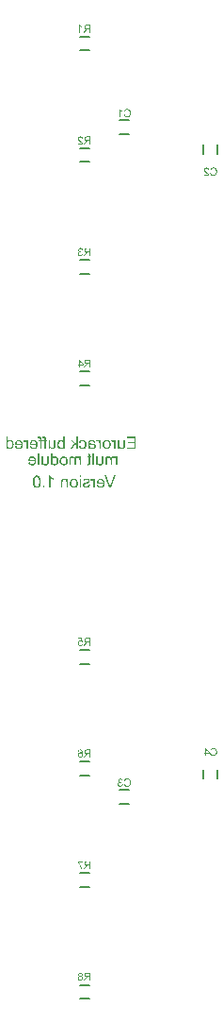
<source format=gbo>
%FSLAX33Y33*%
%MOMM*%
%ADD10C,0.15*%
D10*
%LNbottom silkscreen_traces*%
%LNbottom silkscreen component d0f1cea9c40e7c44*%
G01*
X9585Y3125D02*
X10415Y3125D01*
X9585Y1875D02*
X10415Y1875D01*
G36*
X10511Y3500D02*
X10511Y4216D01*
X10194Y4216D01*
X10149Y4215D01*
X10109Y4211D01*
X10076Y4205D01*
X10048Y4197D01*
X10024Y4185D01*
X10003Y4170D01*
X9985Y4151D01*
X9969Y4128D01*
X9956Y4103D01*
X9946Y4077D01*
X9941Y4049D01*
X9939Y4021D01*
X9942Y3984D01*
X9951Y3950D01*
X9967Y3920D01*
X9988Y3892D01*
X10016Y3868D01*
X10051Y3849D01*
X10092Y3835D01*
X10116Y3830D01*
X10131Y3907D01*
X10111Y3913D01*
X10094Y3921D01*
X10079Y3931D01*
X10066Y3943D01*
X10055Y3956D01*
X10047Y3971D01*
X10041Y3987D01*
X10038Y4003D01*
X10036Y4021D01*
X10039Y4045D01*
X10046Y4067D01*
X10057Y4087D01*
X10073Y4104D01*
X10094Y4118D01*
X10121Y4129D01*
X10153Y4135D01*
X10190Y4137D01*
X10416Y4137D01*
X10416Y3900D01*
X10416Y3900D01*
X10213Y3900D01*
X10182Y3901D01*
X10155Y3903D01*
X10131Y3907D01*
X10116Y3830D01*
X10140Y3826D01*
X10123Y3817D01*
X10107Y3808D01*
X10094Y3799D01*
X10083Y3790D01*
X10063Y3770D01*
X10043Y3747D01*
X10024Y3722D01*
X10005Y3695D01*
X9880Y3500D01*
X9999Y3500D01*
X10094Y3649D01*
X10114Y3679D01*
X10132Y3706D01*
X10148Y3729D01*
X10162Y3748D01*
X10175Y3763D01*
X10188Y3777D01*
X10200Y3787D01*
X10210Y3795D01*
X10221Y3802D01*
X10232Y3807D01*
X10243Y3811D01*
X10254Y3814D01*
X10263Y3816D01*
X10275Y3817D01*
X10289Y3818D01*
X10306Y3818D01*
X10416Y3818D01*
X10416Y3500D01*
X10511Y3500D01*
X10511Y3500D01*
X9691Y3888D02*
X9662Y3833D01*
X9674Y3827D01*
X9696Y3809D01*
X9714Y3787D01*
X9726Y3763D01*
X9734Y3736D01*
X9737Y3707D01*
X9737Y3707D01*
X9735Y3688D01*
X9732Y3670D01*
X9727Y3652D01*
X9719Y3634D01*
X9709Y3617D01*
X9697Y3603D01*
X9682Y3590D01*
X9666Y3579D01*
X9648Y3571D01*
X9629Y3565D01*
X9610Y3561D01*
X9590Y3560D01*
X9560Y3563D01*
X9533Y3570D01*
X9508Y3583D01*
X9486Y3601D01*
X9468Y3622D01*
X9455Y3647D01*
X9448Y3674D01*
X9445Y3704D01*
X9448Y3734D01*
X9456Y3762D01*
X9469Y3786D01*
X9487Y3809D01*
X9510Y3827D01*
X9535Y3840D01*
X9563Y3848D01*
X9593Y3850D01*
X9623Y3848D01*
X9650Y3840D01*
X9662Y3833D01*
X9691Y3888D01*
X9658Y3940D01*
X9638Y3930D01*
X9616Y3924D01*
X9591Y3922D01*
X9566Y3924D01*
X9544Y3930D01*
X9525Y3940D01*
X9507Y3954D01*
X9493Y3971D01*
X9483Y3989D01*
X9477Y4010D01*
X9475Y4032D01*
X9477Y4055D01*
X9483Y4077D01*
X9494Y4096D01*
X9508Y4114D01*
X9526Y4128D01*
X9546Y4138D01*
X9568Y4144D01*
X9592Y4146D01*
X9616Y4144D01*
X9638Y4138D01*
X9657Y4128D01*
X9675Y4114D01*
X9690Y4097D01*
X9700Y4079D01*
X9706Y4059D01*
X9708Y4037D01*
X9708Y4037D01*
X9706Y4013D01*
X9700Y3991D01*
X9690Y3971D01*
X9676Y3954D01*
X9658Y3940D01*
X9691Y3888D01*
X9716Y3899D01*
X9738Y3912D01*
X9757Y3928D01*
X9772Y3945D01*
X9783Y3965D01*
X9792Y3986D01*
X9796Y4009D01*
X9798Y4034D01*
X9795Y4072D01*
X9784Y4106D01*
X9767Y4137D01*
X9742Y4166D01*
X9712Y4189D01*
X9677Y4205D01*
X9637Y4215D01*
X9593Y4219D01*
X9548Y4215D01*
X9508Y4205D01*
X9473Y4188D01*
X9442Y4164D01*
X9417Y4136D01*
X9399Y4104D01*
X9388Y4069D01*
X9385Y4032D01*
X9386Y4008D01*
X9391Y3985D01*
X9399Y3964D01*
X9411Y3945D01*
X9425Y3928D01*
X9444Y3912D01*
X9465Y3899D01*
X9490Y3888D01*
X9459Y3876D01*
X9432Y3860D01*
X9409Y3841D01*
X9390Y3819D01*
X9375Y3794D01*
X9364Y3766D01*
X9357Y3737D01*
X9355Y3705D01*
X9359Y3661D01*
X9371Y3620D01*
X9392Y3583D01*
X9420Y3550D01*
X9455Y3523D01*
X9495Y3503D01*
X9541Y3492D01*
X9591Y3488D01*
X9642Y3492D01*
X9687Y3503D01*
X9727Y3523D01*
X9762Y3551D01*
X9790Y3584D01*
X9811Y3621D01*
X9823Y3662D01*
X9827Y3707D01*
X9825Y3741D01*
X9818Y3771D01*
X9807Y3799D01*
X9792Y3824D01*
X9772Y3846D01*
X9749Y3864D01*
X9722Y3878D01*
X9691Y3888D01*
X9691Y3888D01*
G37*
%LNbottom silkscreen component eaed5f5deb5b3e1f*%
X13915Y19375D02*
X13085Y19375D01*
X13915Y20625D02*
X13085Y20625D01*
G36*
X13602Y21151D02*
X13507Y21127D01*
X13525Y21072D01*
X13549Y21024D01*
X13578Y20983D01*
X13614Y20949D01*
X13655Y20922D01*
X13700Y20903D01*
X13750Y20892D01*
X13803Y20888D01*
X13859Y20891D01*
X13908Y20900D01*
X13953Y20914D01*
X13992Y20935D01*
X14026Y20961D01*
X14055Y20993D01*
X14081Y21029D01*
X14102Y21071D01*
X14119Y21117D01*
X14130Y21164D01*
X14137Y21213D01*
X14140Y21263D01*
X14137Y21317D01*
X14129Y21368D01*
X14116Y21415D01*
X14097Y21458D01*
X14073Y21497D01*
X14045Y21532D01*
X14013Y21561D01*
X13976Y21585D01*
X13935Y21604D01*
X13893Y21617D01*
X13848Y21625D01*
X13802Y21628D01*
X13750Y21625D01*
X13703Y21614D01*
X13660Y21597D01*
X13621Y21573D01*
X13587Y21543D01*
X13559Y21508D01*
X13536Y21466D01*
X13519Y21420D01*
X13612Y21398D01*
X13626Y21434D01*
X13643Y21465D01*
X13662Y21491D01*
X13685Y21511D01*
X13710Y21527D01*
X13738Y21538D01*
X13770Y21545D01*
X13804Y21547D01*
X13843Y21545D01*
X13880Y21537D01*
X13912Y21525D01*
X13942Y21507D01*
X13967Y21486D01*
X13989Y21461D01*
X14006Y21433D01*
X14020Y21401D01*
X14030Y21368D01*
X14037Y21334D01*
X14041Y21299D01*
X14042Y21264D01*
X14041Y21220D01*
X14036Y21178D01*
X14027Y21140D01*
X14016Y21104D01*
X14000Y21072D01*
X13982Y21045D01*
X13959Y21022D01*
X13933Y21003D01*
X13904Y20988D01*
X13874Y20977D01*
X13843Y20971D01*
X13811Y20969D01*
X13773Y20972D01*
X13738Y20980D01*
X13706Y20995D01*
X13676Y21015D01*
X13651Y21040D01*
X13630Y21072D01*
X13614Y21109D01*
X13602Y21151D01*
X13602Y21151D01*
X13425Y21089D02*
X13338Y21101D01*
X13329Y21066D01*
X13317Y21036D01*
X13303Y21012D01*
X13286Y20993D01*
X13267Y20979D01*
X13246Y20968D01*
X13223Y20962D01*
X13197Y20960D01*
X13168Y20963D01*
X13140Y20971D01*
X13115Y20984D01*
X13093Y21003D01*
X13074Y21026D01*
X13061Y21051D01*
X13053Y21079D01*
X13050Y21109D01*
X13052Y21138D01*
X13060Y21165D01*
X13072Y21188D01*
X13090Y21209D01*
X13111Y21227D01*
X13134Y21239D01*
X13161Y21246D01*
X13190Y21249D01*
X13203Y21248D01*
X13218Y21246D01*
X13234Y21243D01*
X13252Y21239D01*
X13242Y21316D01*
X13238Y21316D01*
X13234Y21315D01*
X13231Y21315D01*
X13228Y21315D01*
X13201Y21317D01*
X13175Y21322D01*
X13150Y21332D01*
X13127Y21344D01*
X13107Y21361D01*
X13093Y21382D01*
X13085Y21406D01*
X13082Y21435D01*
X13084Y21458D01*
X13090Y21479D01*
X13101Y21498D01*
X13115Y21515D01*
X13132Y21529D01*
X13152Y21539D01*
X13175Y21544D01*
X13199Y21546D01*
X13224Y21544D01*
X13246Y21538D01*
X13267Y21528D01*
X13285Y21514D01*
X13300Y21496D01*
X13313Y21474D01*
X13322Y21448D01*
X13329Y21418D01*
X13417Y21433D01*
X13406Y21475D01*
X13390Y21512D01*
X13369Y21543D01*
X13343Y21570D01*
X13313Y21591D01*
X13279Y21607D01*
X13242Y21616D01*
X13201Y21619D01*
X13173Y21617D01*
X13145Y21612D01*
X13119Y21605D01*
X13093Y21594D01*
X13070Y21580D01*
X13050Y21564D01*
X13033Y21546D01*
X13018Y21525D01*
X13007Y21503D01*
X12998Y21480D01*
X12994Y21457D01*
X12992Y21433D01*
X12993Y21410D01*
X12998Y21388D01*
X13006Y21368D01*
X13017Y21348D01*
X13031Y21330D01*
X13048Y21314D01*
X13068Y21300D01*
X13091Y21288D01*
X13061Y21278D01*
X13034Y21265D01*
X13011Y21248D01*
X12992Y21227D01*
X12977Y21202D01*
X12966Y21175D01*
X12959Y21145D01*
X12957Y21111D01*
X12961Y21066D01*
X12974Y21025D01*
X12995Y20987D01*
X13025Y20952D01*
X13062Y20924D01*
X13102Y20904D01*
X13148Y20891D01*
X13198Y20887D01*
X13243Y20891D01*
X13284Y20901D01*
X13321Y20919D01*
X13354Y20943D01*
X13382Y20974D01*
X13403Y21008D01*
X13418Y21046D01*
X13425Y21089D01*
X13425Y21089D01*
G37*
%LNbottom silkscreen component 0fefc724005e8df5*%
X9585Y23125D02*
X10415Y23125D01*
X9585Y21875D02*
X10415Y21875D01*
G36*
X10511Y23500D02*
X10511Y24216D01*
X10194Y24216D01*
X10149Y24215D01*
X10109Y24211D01*
X10076Y24205D01*
X10048Y24197D01*
X10024Y24185D01*
X10003Y24170D01*
X9985Y24151D01*
X9969Y24128D01*
X9956Y24103D01*
X9946Y24077D01*
X9941Y24049D01*
X9939Y24021D01*
X9942Y23984D01*
X9951Y23950D01*
X9967Y23920D01*
X9988Y23892D01*
X10016Y23868D01*
X10051Y23849D01*
X10092Y23835D01*
X10116Y23830D01*
X10131Y23907D01*
X10111Y23913D01*
X10094Y23921D01*
X10079Y23931D01*
X10066Y23943D01*
X10055Y23956D01*
X10047Y23971D01*
X10041Y23987D01*
X10038Y24003D01*
X10036Y24021D01*
X10039Y24045D01*
X10046Y24067D01*
X10057Y24087D01*
X10073Y24104D01*
X10094Y24118D01*
X10121Y24129D01*
X10153Y24135D01*
X10190Y24137D01*
X10416Y24137D01*
X10416Y23900D01*
X10416Y23900D01*
X10213Y23900D01*
X10182Y23901D01*
X10155Y23903D01*
X10131Y23907D01*
X10116Y23830D01*
X10140Y23826D01*
X10123Y23817D01*
X10107Y23808D01*
X10094Y23799D01*
X10083Y23790D01*
X10063Y23770D01*
X10043Y23747D01*
X10024Y23722D01*
X10005Y23695D01*
X9880Y23500D01*
X9999Y23500D01*
X10094Y23649D01*
X10114Y23679D01*
X10132Y23706D01*
X10148Y23729D01*
X10162Y23748D01*
X10175Y23763D01*
X10188Y23777D01*
X10200Y23787D01*
X10210Y23795D01*
X10221Y23802D01*
X10232Y23807D01*
X10243Y23811D01*
X10254Y23814D01*
X10263Y23816D01*
X10275Y23817D01*
X10289Y23818D01*
X10306Y23818D01*
X10416Y23818D01*
X10416Y23500D01*
X10511Y23500D01*
X10511Y23500D01*
X9370Y24041D02*
X9457Y24034D01*
X9464Y24058D01*
X9471Y24078D01*
X9480Y24095D01*
X9491Y24109D01*
X9509Y24125D01*
X9530Y24137D01*
X9553Y24144D01*
X9578Y24146D01*
X9599Y24145D01*
X9618Y24141D01*
X9636Y24133D01*
X9652Y24123D01*
X9672Y24106D01*
X9689Y24086D01*
X9705Y24062D01*
X9718Y24035D01*
X9728Y24003D01*
X9736Y23964D01*
X9741Y23920D01*
X9742Y23869D01*
X9696Y23833D01*
X9705Y23821D01*
X9718Y23795D01*
X9726Y23765D01*
X9729Y23732D01*
X9729Y23732D01*
X9728Y23709D01*
X9724Y23687D01*
X9718Y23666D01*
X9710Y23645D01*
X9699Y23626D01*
X9686Y23608D01*
X9672Y23594D01*
X9656Y23582D01*
X9638Y23572D01*
X9620Y23565D01*
X9602Y23561D01*
X9583Y23560D01*
X9556Y23563D01*
X9531Y23571D01*
X9508Y23585D01*
X9487Y23605D01*
X9470Y23629D01*
X9457Y23658D01*
X9450Y23690D01*
X9447Y23727D01*
X9450Y23762D01*
X9457Y23793D01*
X9469Y23821D01*
X9487Y23844D01*
X9508Y23863D01*
X9531Y23876D01*
X9557Y23884D01*
X9586Y23887D01*
X9615Y23884D01*
X9641Y23876D01*
X9665Y23863D01*
X9687Y23844D01*
X9696Y23833D01*
X9742Y23869D01*
X9726Y23892D01*
X9707Y23911D01*
X9687Y23928D01*
X9665Y23941D01*
X9642Y23951D01*
X9618Y23958D01*
X9594Y23963D01*
X9569Y23964D01*
X9526Y23960D01*
X9487Y23948D01*
X9451Y23928D01*
X9419Y23900D01*
X9392Y23865D01*
X9373Y23826D01*
X9361Y23781D01*
X9357Y23732D01*
X9359Y23699D01*
X9364Y23667D01*
X9374Y23637D01*
X9386Y23607D01*
X9402Y23580D01*
X9421Y23556D01*
X9442Y23536D01*
X9466Y23519D01*
X9492Y23505D01*
X9520Y23495D01*
X9550Y23490D01*
X9581Y23488D01*
X9634Y23493D01*
X9681Y23508D01*
X9723Y23533D01*
X9761Y23569D01*
X9791Y23616D01*
X9813Y23676D01*
X9826Y23749D01*
X9830Y23835D01*
X9825Y23932D01*
X9811Y24014D01*
X9787Y24083D01*
X9753Y24137D01*
X9717Y24173D01*
X9675Y24198D01*
X9627Y24214D01*
X9573Y24219D01*
X9533Y24216D01*
X9496Y24207D01*
X9463Y24192D01*
X9435Y24171D01*
X9410Y24145D01*
X9391Y24115D01*
X9378Y24080D01*
X9370Y24041D01*
X9370Y24041D01*
G37*
%LNbottom silkscreen component f1d5df593f81f1a4*%
X9585Y68125D02*
X10415Y68125D01*
X9585Y66875D02*
X10415Y66875D01*
G36*
X10511Y68450D02*
X10511Y69166D01*
X10194Y69166D01*
X10149Y69165D01*
X10109Y69161D01*
X10076Y69155D01*
X10048Y69147D01*
X10024Y69135D01*
X10003Y69120D01*
X9985Y69101D01*
X9969Y69078D01*
X9956Y69053D01*
X9946Y69027D01*
X9941Y68999D01*
X9939Y68971D01*
X9942Y68934D01*
X9951Y68900D01*
X9967Y68870D01*
X9988Y68842D01*
X10016Y68818D01*
X10051Y68799D01*
X10092Y68785D01*
X10116Y68780D01*
X10131Y68857D01*
X10111Y68863D01*
X10094Y68871D01*
X10079Y68881D01*
X10066Y68893D01*
X10055Y68906D01*
X10047Y68921D01*
X10041Y68937D01*
X10038Y68953D01*
X10036Y68971D01*
X10039Y68995D01*
X10046Y69017D01*
X10057Y69037D01*
X10073Y69054D01*
X10094Y69068D01*
X10121Y69079D01*
X10153Y69085D01*
X10190Y69087D01*
X10416Y69087D01*
X10416Y68850D01*
X10416Y68850D01*
X10213Y68850D01*
X10182Y68851D01*
X10155Y68853D01*
X10131Y68857D01*
X10116Y68780D01*
X10140Y68776D01*
X10123Y68767D01*
X10107Y68758D01*
X10094Y68749D01*
X10083Y68740D01*
X10063Y68720D01*
X10043Y68697D01*
X10024Y68672D01*
X10005Y68645D01*
X9880Y68450D01*
X9999Y68450D01*
X10094Y68599D01*
X10114Y68629D01*
X10132Y68656D01*
X10148Y68679D01*
X10162Y68698D01*
X10175Y68713D01*
X10188Y68727D01*
X10200Y68737D01*
X10210Y68745D01*
X10221Y68752D01*
X10232Y68757D01*
X10243Y68761D01*
X10254Y68764D01*
X10263Y68766D01*
X10275Y68767D01*
X10289Y68768D01*
X10306Y68768D01*
X10416Y68768D01*
X10416Y68450D01*
X10511Y68450D01*
X10511Y68450D01*
X9825Y68639D02*
X9738Y68651D01*
X9729Y68616D01*
X9717Y68586D01*
X9703Y68562D01*
X9686Y68543D01*
X9667Y68529D01*
X9646Y68518D01*
X9623Y68512D01*
X9597Y68510D01*
X9568Y68513D01*
X9540Y68521D01*
X9515Y68534D01*
X9493Y68553D01*
X9474Y68576D01*
X9461Y68601D01*
X9453Y68629D01*
X9450Y68659D01*
X9452Y68688D01*
X9460Y68715D01*
X9472Y68738D01*
X9490Y68759D01*
X9511Y68777D01*
X9534Y68789D01*
X9561Y68796D01*
X9590Y68799D01*
X9603Y68798D01*
X9618Y68796D01*
X9634Y68793D01*
X9652Y68789D01*
X9642Y68866D01*
X9638Y68866D01*
X9634Y68865D01*
X9631Y68865D01*
X9628Y68865D01*
X9601Y68867D01*
X9575Y68872D01*
X9550Y68882D01*
X9527Y68894D01*
X9507Y68911D01*
X9493Y68932D01*
X9485Y68956D01*
X9482Y68985D01*
X9484Y69008D01*
X9490Y69029D01*
X9501Y69048D01*
X9515Y69065D01*
X9532Y69079D01*
X9552Y69089D01*
X9575Y69094D01*
X9599Y69096D01*
X9624Y69094D01*
X9646Y69088D01*
X9667Y69078D01*
X9685Y69064D01*
X9700Y69046D01*
X9713Y69024D01*
X9722Y68998D01*
X9729Y68968D01*
X9817Y68983D01*
X9806Y69025D01*
X9790Y69062D01*
X9769Y69093D01*
X9743Y69120D01*
X9713Y69141D01*
X9679Y69157D01*
X9642Y69166D01*
X9601Y69169D01*
X9573Y69167D01*
X9545Y69162D01*
X9519Y69155D01*
X9493Y69144D01*
X9470Y69130D01*
X9450Y69114D01*
X9433Y69096D01*
X9418Y69075D01*
X9407Y69053D01*
X9398Y69030D01*
X9394Y69007D01*
X9392Y68983D01*
X9393Y68960D01*
X9398Y68938D01*
X9406Y68918D01*
X9417Y68898D01*
X9431Y68880D01*
X9448Y68864D01*
X9468Y68850D01*
X9491Y68838D01*
X9461Y68828D01*
X9434Y68815D01*
X9411Y68798D01*
X9392Y68777D01*
X9377Y68752D01*
X9366Y68725D01*
X9359Y68695D01*
X9357Y68661D01*
X9361Y68616D01*
X9374Y68575D01*
X9395Y68537D01*
X9425Y68502D01*
X9462Y68474D01*
X9502Y68454D01*
X9548Y68441D01*
X9598Y68437D01*
X9643Y68441D01*
X9684Y68451D01*
X9721Y68469D01*
X9754Y68493D01*
X9782Y68524D01*
X9803Y68558D01*
X9818Y68596D01*
X9825Y68639D01*
X9825Y68639D01*
G37*
%LNbottom silkscreen component 6fcb7afaa1c59582*%
X9585Y33125D02*
X10415Y33125D01*
X9585Y31875D02*
X10415Y31875D01*
G36*
X10511Y33500D02*
X10511Y34216D01*
X10194Y34216D01*
X10149Y34215D01*
X10109Y34211D01*
X10076Y34205D01*
X10048Y34197D01*
X10024Y34185D01*
X10003Y34170D01*
X9985Y34151D01*
X9969Y34128D01*
X9956Y34103D01*
X9946Y34077D01*
X9941Y34049D01*
X9939Y34021D01*
X9942Y33984D01*
X9951Y33950D01*
X9967Y33920D01*
X9988Y33892D01*
X10016Y33868D01*
X10051Y33849D01*
X10092Y33835D01*
X10116Y33830D01*
X10131Y33907D01*
X10111Y33913D01*
X10094Y33921D01*
X10079Y33931D01*
X10066Y33943D01*
X10055Y33956D01*
X10047Y33971D01*
X10041Y33987D01*
X10038Y34003D01*
X10036Y34021D01*
X10039Y34045D01*
X10046Y34067D01*
X10057Y34087D01*
X10073Y34104D01*
X10094Y34118D01*
X10121Y34129D01*
X10153Y34135D01*
X10190Y34137D01*
X10416Y34137D01*
X10416Y33900D01*
X10416Y33900D01*
X10213Y33900D01*
X10182Y33901D01*
X10155Y33903D01*
X10131Y33907D01*
X10116Y33830D01*
X10140Y33826D01*
X10123Y33817D01*
X10107Y33808D01*
X10094Y33799D01*
X10083Y33790D01*
X10063Y33770D01*
X10043Y33747D01*
X10024Y33722D01*
X10005Y33695D01*
X9880Y33500D01*
X9999Y33500D01*
X10094Y33649D01*
X10114Y33679D01*
X10132Y33706D01*
X10148Y33729D01*
X10162Y33748D01*
X10175Y33763D01*
X10188Y33777D01*
X10200Y33787D01*
X10210Y33795D01*
X10221Y33802D01*
X10232Y33807D01*
X10243Y33811D01*
X10254Y33814D01*
X10263Y33816D01*
X10275Y33817D01*
X10289Y33818D01*
X10306Y33818D01*
X10416Y33818D01*
X10416Y33500D01*
X10511Y33500D01*
X10511Y33500D01*
X9826Y33688D02*
X9734Y33695D01*
X9727Y33664D01*
X9717Y33636D01*
X9703Y33613D01*
X9686Y33594D01*
X9666Y33579D01*
X9645Y33569D01*
X9621Y33562D01*
X9596Y33560D01*
X9565Y33563D01*
X9537Y33572D01*
X9512Y33587D01*
X9489Y33608D01*
X9469Y33634D01*
X9456Y33664D01*
X9447Y33697D01*
X9445Y33735D01*
X9447Y33770D01*
X9455Y33802D01*
X9468Y33830D01*
X9487Y33854D01*
X9510Y33873D01*
X9536Y33886D01*
X9565Y33894D01*
X9597Y33897D01*
X9618Y33896D01*
X9638Y33892D01*
X9657Y33886D01*
X9674Y33878D01*
X9690Y33867D01*
X9705Y33856D01*
X9717Y33842D01*
X9728Y33828D01*
X9810Y33838D01*
X9741Y34206D01*
X9385Y34206D01*
X9385Y34122D01*
X9671Y34122D01*
X9709Y33930D01*
X9677Y33949D01*
X9643Y33963D01*
X9609Y33972D01*
X9574Y33975D01*
X9529Y33971D01*
X9488Y33958D01*
X9450Y33938D01*
X9416Y33910D01*
X9388Y33875D01*
X9367Y33835D01*
X9355Y33791D01*
X9351Y33743D01*
X9355Y33696D01*
X9366Y33652D01*
X9383Y33612D01*
X9408Y33575D01*
X9446Y33537D01*
X9489Y33510D01*
X9540Y33493D01*
X9596Y33488D01*
X9643Y33491D01*
X9685Y33501D01*
X9722Y33519D01*
X9755Y33542D01*
X9783Y33572D01*
X9804Y33606D01*
X9818Y33645D01*
X9826Y33688D01*
X9826Y33688D01*
G37*
%LNbottom silkscreen component 6faa5bf68e39bd57*%
X21925Y22415D02*
X21925Y21585D01*
X20675Y22415D02*
X20675Y21585D01*
G36*
X21352Y23901D02*
X21257Y23877D01*
X21275Y23822D01*
X21299Y23774D01*
X21328Y23733D01*
X21364Y23699D01*
X21405Y23672D01*
X21450Y23653D01*
X21500Y23642D01*
X21553Y23638D01*
X21609Y23641D01*
X21658Y23650D01*
X21703Y23664D01*
X21742Y23685D01*
X21776Y23711D01*
X21805Y23743D01*
X21831Y23779D01*
X21852Y23821D01*
X21869Y23867D01*
X21880Y23914D01*
X21887Y23963D01*
X21890Y24013D01*
X21887Y24067D01*
X21879Y24118D01*
X21866Y24165D01*
X21847Y24208D01*
X21823Y24247D01*
X21795Y24282D01*
X21763Y24311D01*
X21726Y24335D01*
X21685Y24354D01*
X21643Y24367D01*
X21598Y24375D01*
X21552Y24378D01*
X21500Y24375D01*
X21453Y24364D01*
X21410Y24347D01*
X21371Y24323D01*
X21337Y24293D01*
X21309Y24258D01*
X21286Y24216D01*
X21269Y24170D01*
X21362Y24148D01*
X21376Y24184D01*
X21393Y24215D01*
X21412Y24241D01*
X21435Y24261D01*
X21460Y24277D01*
X21488Y24288D01*
X21520Y24295D01*
X21554Y24297D01*
X21593Y24295D01*
X21630Y24287D01*
X21662Y24275D01*
X21692Y24257D01*
X21717Y24236D01*
X21739Y24211D01*
X21756Y24183D01*
X21770Y24151D01*
X21780Y24118D01*
X21787Y24084D01*
X21791Y24049D01*
X21792Y24014D01*
X21791Y23970D01*
X21786Y23928D01*
X21777Y23890D01*
X21766Y23854D01*
X21750Y23822D01*
X21732Y23795D01*
X21709Y23772D01*
X21683Y23753D01*
X21654Y23738D01*
X21624Y23727D01*
X21593Y23721D01*
X21561Y23719D01*
X21523Y23722D01*
X21488Y23730D01*
X21456Y23745D01*
X21426Y23765D01*
X21401Y23790D01*
X21380Y23822D01*
X21364Y23859D01*
X21352Y23901D01*
X21352Y23901D01*
X20894Y23650D02*
X20894Y23821D01*
X21205Y23821D01*
X21205Y23902D01*
X20950Y24264D01*
X20894Y24225D01*
X21118Y23902D01*
X20894Y23902D01*
X20894Y23902D01*
X20894Y24225D01*
X20950Y24264D01*
X20878Y24366D01*
X20806Y24366D01*
X20806Y23902D01*
X20710Y23902D01*
X20710Y23821D01*
X20806Y23821D01*
X20806Y23650D01*
X20894Y23650D01*
X20894Y23650D01*
G37*
%LNbottom silkscreen component 5554f0675f3d2049*%
X9585Y13125D02*
X10415Y13125D01*
X9585Y11875D02*
X10415Y11875D01*
G36*
X10511Y13500D02*
X10511Y14216D01*
X10194Y14216D01*
X10149Y14215D01*
X10109Y14211D01*
X10076Y14205D01*
X10048Y14197D01*
X10024Y14185D01*
X10003Y14170D01*
X9985Y14151D01*
X9969Y14128D01*
X9956Y14103D01*
X9946Y14077D01*
X9941Y14049D01*
X9939Y14021D01*
X9942Y13984D01*
X9951Y13950D01*
X9967Y13920D01*
X9988Y13892D01*
X10016Y13868D01*
X10051Y13849D01*
X10092Y13835D01*
X10116Y13830D01*
X10131Y13907D01*
X10111Y13913D01*
X10094Y13921D01*
X10079Y13931D01*
X10066Y13943D01*
X10055Y13956D01*
X10047Y13971D01*
X10041Y13987D01*
X10038Y14003D01*
X10036Y14021D01*
X10039Y14045D01*
X10046Y14067D01*
X10057Y14087D01*
X10073Y14104D01*
X10094Y14118D01*
X10121Y14129D01*
X10153Y14135D01*
X10190Y14137D01*
X10416Y14137D01*
X10416Y13900D01*
X10416Y13900D01*
X10213Y13900D01*
X10182Y13901D01*
X10155Y13903D01*
X10131Y13907D01*
X10116Y13830D01*
X10140Y13826D01*
X10123Y13817D01*
X10107Y13808D01*
X10094Y13799D01*
X10083Y13790D01*
X10063Y13770D01*
X10043Y13747D01*
X10024Y13722D01*
X10005Y13695D01*
X9880Y13500D01*
X9999Y13500D01*
X10094Y13649D01*
X10114Y13679D01*
X10132Y13706D01*
X10148Y13729D01*
X10162Y13748D01*
X10175Y13763D01*
X10188Y13777D01*
X10200Y13787D01*
X10210Y13795D01*
X10221Y13802D01*
X10232Y13807D01*
X10243Y13811D01*
X10254Y13814D01*
X10263Y13816D01*
X10275Y13817D01*
X10289Y13818D01*
X10306Y13818D01*
X10416Y13818D01*
X10416Y13500D01*
X10511Y13500D01*
X10511Y13500D01*
X9820Y14122D02*
X9820Y14207D01*
X9357Y14207D01*
X9357Y14138D01*
X9391Y14099D01*
X9425Y14053D01*
X9459Y14002D01*
X9492Y13945D01*
X9524Y13884D01*
X9552Y13823D01*
X9576Y13760D01*
X9596Y13697D01*
X9608Y13651D01*
X9618Y13603D01*
X9625Y13552D01*
X9630Y13500D01*
X9720Y13500D01*
X9717Y13544D01*
X9711Y13593D01*
X9701Y13646D01*
X9687Y13704D01*
X9669Y13763D01*
X9648Y13822D01*
X9624Y13879D01*
X9596Y13935D01*
X9566Y13988D01*
X9535Y14037D01*
X9502Y14082D01*
X9470Y14122D01*
X9820Y14122D01*
X9820Y14122D01*
G37*
%LNbottom silkscreen component f4d1e5de21fa8109*%
X20675Y77585D02*
X20675Y78415D01*
X21925Y77585D02*
X21925Y78415D01*
G36*
X21352Y75901D02*
X21257Y75877D01*
X21275Y75822D01*
X21299Y75774D01*
X21328Y75733D01*
X21364Y75699D01*
X21405Y75672D01*
X21450Y75653D01*
X21500Y75642D01*
X21553Y75638D01*
X21609Y75641D01*
X21658Y75650D01*
X21703Y75664D01*
X21742Y75685D01*
X21776Y75711D01*
X21805Y75743D01*
X21831Y75779D01*
X21852Y75821D01*
X21869Y75867D01*
X21880Y75914D01*
X21887Y75963D01*
X21890Y76013D01*
X21887Y76067D01*
X21879Y76118D01*
X21866Y76165D01*
X21847Y76208D01*
X21823Y76247D01*
X21795Y76282D01*
X21763Y76311D01*
X21726Y76335D01*
X21685Y76354D01*
X21643Y76367D01*
X21598Y76375D01*
X21552Y76378D01*
X21500Y76375D01*
X21453Y76364D01*
X21410Y76347D01*
X21371Y76323D01*
X21337Y76293D01*
X21309Y76258D01*
X21286Y76216D01*
X21269Y76170D01*
X21362Y76148D01*
X21376Y76184D01*
X21393Y76215D01*
X21412Y76241D01*
X21435Y76261D01*
X21460Y76277D01*
X21488Y76288D01*
X21520Y76295D01*
X21554Y76297D01*
X21593Y76295D01*
X21630Y76287D01*
X21662Y76275D01*
X21692Y76257D01*
X21717Y76236D01*
X21739Y76211D01*
X21756Y76183D01*
X21770Y76151D01*
X21780Y76118D01*
X21787Y76084D01*
X21791Y76049D01*
X21792Y76014D01*
X21791Y75970D01*
X21786Y75928D01*
X21777Y75890D01*
X21766Y75854D01*
X21750Y75822D01*
X21732Y75795D01*
X21709Y75772D01*
X21683Y75753D01*
X21654Y75738D01*
X21624Y75727D01*
X21593Y75721D01*
X21561Y75719D01*
X21523Y75722D01*
X21488Y75730D01*
X21456Y75745D01*
X21426Y75765D01*
X21401Y75790D01*
X21380Y75822D01*
X21364Y75859D01*
X21352Y75901D01*
X21352Y75901D01*
X20714Y75734D02*
X20714Y75650D01*
X21187Y75650D01*
X21187Y75666D01*
X21185Y75681D01*
X21182Y75696D01*
X21177Y75711D01*
X21167Y75735D01*
X21153Y75759D01*
X21138Y75783D01*
X21119Y75806D01*
X21097Y75831D01*
X21070Y75857D01*
X21039Y75885D01*
X21004Y75915D01*
X20950Y75960D01*
X20906Y76000D01*
X20872Y76036D01*
X20846Y76066D01*
X20828Y76094D01*
X20816Y76121D01*
X20808Y76147D01*
X20805Y76172D01*
X20808Y76197D01*
X20815Y76220D01*
X20826Y76241D01*
X20843Y76260D01*
X20863Y76276D01*
X20886Y76287D01*
X20912Y76294D01*
X20940Y76296D01*
X20970Y76294D01*
X20997Y76286D01*
X21021Y76275D01*
X21042Y76258D01*
X21058Y76237D01*
X21070Y76212D01*
X21078Y76184D01*
X21080Y76152D01*
X21171Y76162D01*
X21163Y76209D01*
X21148Y76251D01*
X21128Y76286D01*
X21101Y76316D01*
X21068Y76339D01*
X21030Y76356D01*
X20987Y76365D01*
X20938Y76369D01*
X20889Y76365D01*
X20846Y76354D01*
X20808Y76337D01*
X20775Y76312D01*
X20749Y76281D01*
X20730Y76248D01*
X20719Y76211D01*
X20715Y76170D01*
X20716Y76149D01*
X20719Y76127D01*
X20725Y76106D01*
X20733Y76086D01*
X20743Y76065D01*
X20756Y76043D01*
X20772Y76021D01*
X20791Y75998D01*
X20815Y75973D01*
X20845Y75944D01*
X20882Y75910D01*
X20926Y75872D01*
X20962Y75842D01*
X20991Y75816D01*
X21013Y75797D01*
X21028Y75782D01*
X21039Y75770D01*
X21049Y75758D01*
X21057Y75746D01*
X21065Y75734D01*
X20714Y75734D01*
X20714Y75734D01*
G37*
%LNbottom silkscreen component 4ea57519bcb4f12c*%
X13915Y79375D02*
X13085Y79375D01*
X13915Y80625D02*
X13085Y80625D01*
G36*
X13602Y81151D02*
X13507Y81127D01*
X13525Y81072D01*
X13549Y81024D01*
X13578Y80983D01*
X13614Y80949D01*
X13655Y80922D01*
X13700Y80903D01*
X13750Y80892D01*
X13803Y80888D01*
X13859Y80891D01*
X13908Y80900D01*
X13953Y80914D01*
X13992Y80935D01*
X14026Y80961D01*
X14055Y80993D01*
X14081Y81029D01*
X14102Y81071D01*
X14119Y81117D01*
X14130Y81164D01*
X14137Y81213D01*
X14140Y81263D01*
X14137Y81317D01*
X14129Y81368D01*
X14116Y81415D01*
X14097Y81458D01*
X14073Y81497D01*
X14045Y81532D01*
X14013Y81561D01*
X13976Y81585D01*
X13935Y81604D01*
X13893Y81617D01*
X13848Y81625D01*
X13802Y81628D01*
X13750Y81625D01*
X13703Y81614D01*
X13660Y81597D01*
X13621Y81573D01*
X13587Y81543D01*
X13559Y81508D01*
X13536Y81466D01*
X13519Y81420D01*
X13612Y81398D01*
X13626Y81434D01*
X13643Y81465D01*
X13662Y81491D01*
X13685Y81511D01*
X13710Y81527D01*
X13738Y81538D01*
X13770Y81545D01*
X13804Y81547D01*
X13843Y81545D01*
X13880Y81537D01*
X13912Y81525D01*
X13942Y81507D01*
X13967Y81486D01*
X13989Y81461D01*
X14006Y81433D01*
X14020Y81401D01*
X14030Y81368D01*
X14037Y81334D01*
X14041Y81299D01*
X14042Y81264D01*
X14041Y81220D01*
X14036Y81178D01*
X14027Y81140D01*
X14016Y81104D01*
X14000Y81072D01*
X13982Y81045D01*
X13959Y81022D01*
X13933Y81003D01*
X13904Y80988D01*
X13874Y80977D01*
X13843Y80971D01*
X13811Y80969D01*
X13773Y80972D01*
X13738Y80980D01*
X13706Y80995D01*
X13676Y81015D01*
X13651Y81040D01*
X13630Y81072D01*
X13614Y81109D01*
X13602Y81151D01*
X13602Y81151D01*
X13095Y80900D02*
X13183Y80900D01*
X13183Y81460D01*
X13200Y81445D01*
X13219Y81430D01*
X13242Y81415D01*
X13266Y81400D01*
X13291Y81385D01*
X13315Y81373D01*
X13337Y81363D01*
X13359Y81354D01*
X13359Y81439D01*
X13323Y81457D01*
X13289Y81477D01*
X13258Y81499D01*
X13230Y81523D01*
X13204Y81548D01*
X13183Y81572D01*
X13165Y81595D01*
X13152Y81619D01*
X13095Y81619D01*
X13095Y80900D01*
X13095Y80900D01*
G37*
%LNbottom silkscreen component b15d75c6ec27c82e*%
X9585Y58125D02*
X10415Y58125D01*
X9585Y56875D02*
X10415Y56875D01*
G36*
X10511Y58450D02*
X10511Y59166D01*
X10194Y59166D01*
X10149Y59165D01*
X10109Y59161D01*
X10076Y59155D01*
X10048Y59147D01*
X10024Y59135D01*
X10003Y59120D01*
X9985Y59101D01*
X9969Y59078D01*
X9956Y59053D01*
X9946Y59027D01*
X9941Y58999D01*
X9939Y58971D01*
X9942Y58934D01*
X9951Y58900D01*
X9967Y58870D01*
X9988Y58842D01*
X10016Y58818D01*
X10051Y58799D01*
X10092Y58785D01*
X10116Y58780D01*
X10131Y58857D01*
X10111Y58863D01*
X10094Y58871D01*
X10079Y58881D01*
X10066Y58893D01*
X10055Y58906D01*
X10047Y58921D01*
X10041Y58937D01*
X10038Y58953D01*
X10036Y58971D01*
X10039Y58995D01*
X10046Y59017D01*
X10057Y59037D01*
X10073Y59054D01*
X10094Y59068D01*
X10121Y59079D01*
X10153Y59085D01*
X10190Y59087D01*
X10416Y59087D01*
X10416Y58850D01*
X10416Y58850D01*
X10213Y58850D01*
X10182Y58851D01*
X10155Y58853D01*
X10131Y58857D01*
X10116Y58780D01*
X10140Y58776D01*
X10123Y58767D01*
X10107Y58758D01*
X10094Y58749D01*
X10083Y58740D01*
X10063Y58720D01*
X10043Y58697D01*
X10024Y58672D01*
X10005Y58645D01*
X9880Y58450D01*
X9999Y58450D01*
X10094Y58599D01*
X10114Y58629D01*
X10132Y58656D01*
X10148Y58679D01*
X10162Y58698D01*
X10175Y58713D01*
X10188Y58727D01*
X10200Y58737D01*
X10210Y58745D01*
X10221Y58752D01*
X10232Y58757D01*
X10243Y58761D01*
X10254Y58764D01*
X10263Y58766D01*
X10275Y58767D01*
X10289Y58768D01*
X10306Y58768D01*
X10416Y58768D01*
X10416Y58450D01*
X10511Y58450D01*
X10511Y58450D01*
X9544Y58450D02*
X9544Y58621D01*
X9855Y58621D01*
X9855Y58702D01*
X9600Y59064D01*
X9544Y59025D01*
X9768Y58702D01*
X9544Y58702D01*
X9544Y58702D01*
X9544Y59025D01*
X9600Y59064D01*
X9528Y59166D01*
X9456Y59166D01*
X9456Y58702D01*
X9360Y58702D01*
X9360Y58621D01*
X9456Y58621D01*
X9456Y58450D01*
X9544Y58450D01*
X9544Y58450D01*
G37*
%LNbottom silkscreen component 800e5b6bc9c18d00*%
X9585Y78125D02*
X10415Y78125D01*
X9585Y76875D02*
X10415Y76875D01*
G36*
X10511Y78450D02*
X10511Y79166D01*
X10194Y79166D01*
X10149Y79165D01*
X10109Y79161D01*
X10076Y79155D01*
X10048Y79147D01*
X10024Y79135D01*
X10003Y79120D01*
X9985Y79101D01*
X9969Y79078D01*
X9956Y79053D01*
X9946Y79027D01*
X9941Y78999D01*
X9939Y78971D01*
X9942Y78934D01*
X9951Y78900D01*
X9967Y78870D01*
X9988Y78842D01*
X10016Y78818D01*
X10051Y78799D01*
X10092Y78785D01*
X10116Y78780D01*
X10131Y78857D01*
X10111Y78863D01*
X10094Y78871D01*
X10079Y78881D01*
X10066Y78893D01*
X10055Y78906D01*
X10047Y78921D01*
X10041Y78937D01*
X10038Y78953D01*
X10036Y78971D01*
X10039Y78995D01*
X10046Y79017D01*
X10057Y79037D01*
X10073Y79054D01*
X10094Y79068D01*
X10121Y79079D01*
X10153Y79085D01*
X10190Y79087D01*
X10416Y79087D01*
X10416Y78850D01*
X10416Y78850D01*
X10213Y78850D01*
X10182Y78851D01*
X10155Y78853D01*
X10131Y78857D01*
X10116Y78780D01*
X10140Y78776D01*
X10123Y78767D01*
X10107Y78758D01*
X10094Y78749D01*
X10083Y78740D01*
X10063Y78720D01*
X10043Y78697D01*
X10024Y78672D01*
X10005Y78645D01*
X9880Y78450D01*
X9999Y78450D01*
X10094Y78599D01*
X10114Y78629D01*
X10132Y78656D01*
X10148Y78679D01*
X10162Y78698D01*
X10175Y78713D01*
X10188Y78727D01*
X10200Y78737D01*
X10210Y78745D01*
X10221Y78752D01*
X10232Y78757D01*
X10243Y78761D01*
X10254Y78764D01*
X10263Y78766D01*
X10275Y78767D01*
X10289Y78768D01*
X10306Y78768D01*
X10416Y78768D01*
X10416Y78450D01*
X10511Y78450D01*
X10511Y78450D01*
X9364Y78534D02*
X9364Y78450D01*
X9837Y78450D01*
X9837Y78466D01*
X9835Y78481D01*
X9832Y78496D01*
X9827Y78511D01*
X9817Y78535D01*
X9803Y78559D01*
X9788Y78583D01*
X9769Y78606D01*
X9747Y78631D01*
X9720Y78657D01*
X9689Y78685D01*
X9654Y78715D01*
X9600Y78760D01*
X9556Y78800D01*
X9522Y78836D01*
X9496Y78866D01*
X9478Y78894D01*
X9466Y78921D01*
X9458Y78947D01*
X9455Y78972D01*
X9458Y78997D01*
X9465Y79020D01*
X9476Y79041D01*
X9493Y79060D01*
X9513Y79076D01*
X9536Y79087D01*
X9562Y79094D01*
X9590Y79096D01*
X9620Y79094D01*
X9647Y79086D01*
X9671Y79075D01*
X9692Y79058D01*
X9708Y79037D01*
X9720Y79012D01*
X9728Y78984D01*
X9730Y78952D01*
X9821Y78962D01*
X9813Y79009D01*
X9799Y79051D01*
X9778Y79086D01*
X9751Y79116D01*
X9718Y79139D01*
X9680Y79156D01*
X9637Y79165D01*
X9588Y79169D01*
X9539Y79165D01*
X9496Y79154D01*
X9458Y79137D01*
X9425Y79112D01*
X9399Y79081D01*
X9380Y79048D01*
X9369Y79011D01*
X9365Y78970D01*
X9366Y78949D01*
X9369Y78927D01*
X9375Y78906D01*
X9383Y78886D01*
X9393Y78865D01*
X9406Y78843D01*
X9422Y78821D01*
X9441Y78798D01*
X9465Y78773D01*
X9495Y78744D01*
X9532Y78710D01*
X9576Y78672D01*
X9612Y78642D01*
X9641Y78616D01*
X9663Y78597D01*
X9678Y78582D01*
X9689Y78570D01*
X9699Y78558D01*
X9707Y78546D01*
X9715Y78534D01*
X9364Y78534D01*
X9364Y78534D01*
G37*
%LNbottom silkscreen component 92b6b987cdba25fc*%
X9585Y88125D02*
X10415Y88125D01*
X9585Y86875D02*
X10415Y86875D01*
G36*
X10511Y88450D02*
X10511Y89166D01*
X10194Y89166D01*
X10149Y89165D01*
X10109Y89161D01*
X10076Y89155D01*
X10048Y89147D01*
X10024Y89135D01*
X10003Y89120D01*
X9985Y89101D01*
X9969Y89078D01*
X9956Y89053D01*
X9946Y89027D01*
X9941Y88999D01*
X9939Y88971D01*
X9942Y88934D01*
X9951Y88900D01*
X9967Y88870D01*
X9988Y88842D01*
X10016Y88818D01*
X10051Y88799D01*
X10092Y88785D01*
X10116Y88780D01*
X10131Y88857D01*
X10111Y88863D01*
X10094Y88871D01*
X10079Y88881D01*
X10066Y88893D01*
X10055Y88906D01*
X10047Y88921D01*
X10041Y88937D01*
X10038Y88953D01*
X10036Y88971D01*
X10039Y88995D01*
X10046Y89017D01*
X10057Y89037D01*
X10073Y89054D01*
X10094Y89068D01*
X10121Y89079D01*
X10153Y89085D01*
X10190Y89087D01*
X10416Y89087D01*
X10416Y88850D01*
X10416Y88850D01*
X10213Y88850D01*
X10182Y88851D01*
X10155Y88853D01*
X10131Y88857D01*
X10116Y88780D01*
X10140Y88776D01*
X10123Y88767D01*
X10107Y88758D01*
X10094Y88749D01*
X10083Y88740D01*
X10063Y88720D01*
X10043Y88697D01*
X10024Y88672D01*
X10005Y88645D01*
X9880Y88450D01*
X9999Y88450D01*
X10094Y88599D01*
X10114Y88629D01*
X10132Y88656D01*
X10148Y88679D01*
X10162Y88698D01*
X10175Y88713D01*
X10188Y88727D01*
X10200Y88737D01*
X10210Y88745D01*
X10221Y88752D01*
X10232Y88757D01*
X10243Y88761D01*
X10254Y88764D01*
X10263Y88766D01*
X10275Y88767D01*
X10289Y88768D01*
X10306Y88768D01*
X10416Y88768D01*
X10416Y88450D01*
X10511Y88450D01*
X10511Y88450D01*
X9495Y88450D02*
X9583Y88450D01*
X9583Y89010D01*
X9600Y88995D01*
X9619Y88980D01*
X9642Y88965D01*
X9666Y88950D01*
X9691Y88935D01*
X9715Y88923D01*
X9737Y88913D01*
X9759Y88904D01*
X9759Y88989D01*
X9723Y89007D01*
X9689Y89027D01*
X9658Y89049D01*
X9630Y89073D01*
X9604Y89098D01*
X9583Y89122D01*
X9565Y89145D01*
X9552Y89169D01*
X9495Y89169D01*
X9495Y88450D01*
X9495Y88450D01*
G37*
%LNtext*%
G36*
X14581Y51173D02*
X14581Y52247D01*
X13805Y52247D01*
X13805Y52120D01*
X14439Y52120D01*
X14439Y51791D01*
X13845Y51791D01*
X13845Y51666D01*
X14439Y51666D01*
X14439Y51300D01*
X13780Y51300D01*
X13780Y51173D01*
X14581Y51173D01*
X14581Y51173D01*
X13091Y51173D02*
X13091Y51288D01*
X13140Y51230D01*
X13198Y51189D01*
X13264Y51164D01*
X13338Y51156D01*
X13372Y51157D01*
X13404Y51162D01*
X13436Y51171D01*
X13466Y51182D01*
X13494Y51196D01*
X13518Y51212D01*
X13538Y51229D01*
X13555Y51248D01*
X13568Y51269D01*
X13579Y51293D01*
X13589Y51318D01*
X13595Y51346D01*
X13599Y51368D01*
X13602Y51396D01*
X13603Y51430D01*
X13604Y51469D01*
X13604Y51951D01*
X13472Y51951D01*
X13472Y51520D01*
X13471Y51472D01*
X13470Y51433D01*
X13467Y51403D01*
X13464Y51381D01*
X13456Y51356D01*
X13444Y51334D01*
X13429Y51315D01*
X13411Y51299D01*
X13390Y51286D01*
X13366Y51277D01*
X13340Y51271D01*
X13311Y51269D01*
X13282Y51271D01*
X13254Y51277D01*
X13226Y51286D01*
X13200Y51300D01*
X13176Y51316D01*
X13156Y51336D01*
X13139Y51358D01*
X13126Y51382D01*
X13117Y51412D01*
X13110Y51447D01*
X13106Y51488D01*
X13105Y51534D01*
X13105Y51951D01*
X12973Y51951D01*
X12973Y51173D01*
X13091Y51173D01*
X13091Y51173D01*
X12768Y51173D02*
X12768Y51951D01*
X12649Y51951D01*
X12649Y51833D01*
X12627Y51871D01*
X12606Y51902D01*
X12585Y51926D01*
X12565Y51942D01*
X12546Y51954D01*
X12525Y51962D01*
X12503Y51967D01*
X12481Y51969D01*
X12447Y51966D01*
X12414Y51958D01*
X12380Y51945D01*
X12345Y51926D01*
X12391Y51804D01*
X12415Y51816D01*
X12439Y51825D01*
X12463Y51831D01*
X12487Y51833D01*
X12508Y51831D01*
X12528Y51826D01*
X12547Y51818D01*
X12565Y51807D01*
X12581Y51792D01*
X12594Y51775D01*
X12605Y51756D01*
X12614Y51734D01*
X12624Y51698D01*
X12631Y51661D01*
X12635Y51621D01*
X12636Y51581D01*
X12636Y51173D01*
X12768Y51173D01*
X12768Y51173D01*
X12316Y51562D02*
X12308Y51663D01*
X12286Y51750D01*
X12248Y51823D01*
X12196Y51882D01*
X12143Y51920D01*
X12085Y51947D01*
X12021Y51963D01*
X11951Y51969D01*
X11875Y51962D01*
X11805Y51942D01*
X11744Y51910D01*
X11689Y51864D01*
X11644Y51806D01*
X11613Y51738D01*
X11594Y51661D01*
X11587Y51573D01*
X11590Y51502D01*
X11598Y51439D01*
X11613Y51384D01*
X11632Y51337D01*
X11657Y51296D01*
X11688Y51261D01*
X11723Y51230D01*
X11763Y51203D01*
X11807Y51183D01*
X11853Y51168D01*
X11901Y51159D01*
X11951Y51156D01*
X11960Y51157D01*
X11951Y51264D01*
X11904Y51269D01*
X11861Y51283D01*
X11823Y51306D01*
X11788Y51339D01*
X11759Y51381D01*
X11739Y51433D01*
X11727Y51495D01*
X11723Y51567D01*
X11727Y51634D01*
X11739Y51693D01*
X11760Y51744D01*
X11788Y51785D01*
X11823Y51818D01*
X11862Y51841D01*
X11904Y51855D01*
X11951Y51860D01*
X11999Y51855D01*
X12042Y51841D01*
X12081Y51818D01*
X12115Y51786D01*
X12144Y51744D01*
X12164Y51693D01*
X12176Y51632D01*
X12180Y51562D01*
X12180Y51562D01*
X12176Y51492D01*
X12164Y51432D01*
X12144Y51380D01*
X12115Y51338D01*
X12081Y51306D01*
X12042Y51283D01*
X11999Y51269D01*
X11951Y51264D01*
X11960Y51157D01*
X12029Y51162D01*
X12099Y51182D01*
X12161Y51215D01*
X12215Y51260D01*
X12259Y51319D01*
X12291Y51388D01*
X12310Y51470D01*
X12316Y51562D01*
X12316Y51562D01*
X11434Y51173D02*
X11434Y51951D01*
X11315Y51951D01*
X11315Y51833D01*
X11293Y51871D01*
X11272Y51902D01*
X11251Y51926D01*
X11232Y51942D01*
X11212Y51954D01*
X11191Y51962D01*
X11170Y51967D01*
X11147Y51969D01*
X11114Y51966D01*
X11080Y51958D01*
X11046Y51945D01*
X11011Y51926D01*
X11057Y51804D01*
X11081Y51816D01*
X11105Y51825D01*
X11129Y51831D01*
X11154Y51833D01*
X11175Y51831D01*
X11195Y51826D01*
X11213Y51818D01*
X11231Y51807D01*
X11247Y51792D01*
X11261Y51775D01*
X11272Y51756D01*
X11280Y51734D01*
X11290Y51698D01*
X11297Y51661D01*
X11301Y51621D01*
X11302Y51581D01*
X11302Y51173D01*
X11434Y51173D01*
X11434Y51173D01*
X10426Y51269D02*
X10462Y51240D01*
X10467Y51237D01*
X10517Y51311D01*
X10494Y51332D01*
X10474Y51356D01*
X10458Y51384D01*
X10449Y51409D01*
X10442Y51439D01*
X10438Y51474D01*
X10437Y51515D01*
X10437Y51564D01*
X10437Y51564D01*
X10477Y51550D01*
X10526Y51537D01*
X10585Y51525D01*
X10652Y51514D01*
X10690Y51508D01*
X10721Y51501D01*
X10747Y51495D01*
X10767Y51488D01*
X10783Y51479D01*
X10797Y51470D01*
X10809Y51458D01*
X10819Y51445D01*
X10827Y51430D01*
X10833Y51415D01*
X10836Y51399D01*
X10837Y51382D01*
X10835Y51357D01*
X10827Y51334D01*
X10815Y51313D01*
X10797Y51294D01*
X10775Y51279D01*
X10748Y51268D01*
X10717Y51261D01*
X10680Y51259D01*
X10643Y51261D01*
X10609Y51267D01*
X10576Y51278D01*
X10545Y51292D01*
X10517Y51311D01*
X10467Y51237D01*
X10497Y51216D01*
X10532Y51196D01*
X10567Y51181D01*
X10601Y51170D01*
X10637Y51162D01*
X10674Y51157D01*
X10712Y51156D01*
X10772Y51160D01*
X10825Y51171D01*
X10871Y51191D01*
X10909Y51218D01*
X10939Y51252D01*
X10961Y51290D01*
X10974Y51332D01*
X10978Y51378D01*
X10976Y51406D01*
X10971Y51433D01*
X10963Y51459D01*
X10952Y51483D01*
X10938Y51505D01*
X10922Y51525D01*
X10904Y51543D01*
X10884Y51559D01*
X10862Y51572D01*
X10839Y51584D01*
X10815Y51594D01*
X10789Y51602D01*
X10767Y51607D01*
X10740Y51612D01*
X10708Y51617D01*
X10672Y51622D01*
X10597Y51632D01*
X10533Y51642D01*
X10480Y51654D01*
X10437Y51667D01*
X10436Y51679D01*
X10436Y51689D01*
X10436Y51697D01*
X10436Y51701D01*
X10438Y51739D01*
X10445Y51770D01*
X10457Y51795D01*
X10473Y51815D01*
X10502Y51834D01*
X10536Y51848D01*
X10577Y51857D01*
X10623Y51860D01*
X10667Y51858D01*
X10704Y51851D01*
X10735Y51841D01*
X10761Y51827D01*
X10781Y51808D01*
X10799Y51782D01*
X10814Y51750D01*
X10826Y51712D01*
X10955Y51729D01*
X10945Y51769D01*
X10932Y51804D01*
X10916Y51835D01*
X10897Y51863D01*
X10875Y51887D01*
X10848Y51908D01*
X10817Y51926D01*
X10781Y51941D01*
X10741Y51953D01*
X10699Y51962D01*
X10653Y51967D01*
X10604Y51969D01*
X10557Y51967D01*
X10514Y51963D01*
X10476Y51956D01*
X10442Y51945D01*
X10413Y51933D01*
X10388Y51919D01*
X10368Y51903D01*
X10351Y51886D01*
X10337Y51867D01*
X10326Y51846D01*
X10317Y51823D01*
X10310Y51797D01*
X10307Y51776D01*
X10305Y51749D01*
X10304Y51716D01*
X10303Y51675D01*
X10303Y51499D01*
X10303Y51416D01*
X10301Y51349D01*
X10299Y51300D01*
X10295Y51267D01*
X10290Y51243D01*
X10282Y51219D01*
X10273Y51196D01*
X10262Y51173D01*
X10399Y51173D01*
X10409Y51195D01*
X10416Y51218D01*
X10422Y51243D01*
X10426Y51269D01*
X10426Y51269D01*
X9591Y51458D02*
X9462Y51441D01*
X9476Y51378D01*
X9500Y51322D01*
X9531Y51273D01*
X9570Y51232D01*
X9617Y51198D01*
X9668Y51175D01*
X9724Y51160D01*
X9785Y51156D01*
X9861Y51162D01*
X9929Y51182D01*
X9990Y51214D01*
X10042Y51260D01*
X10085Y51318D01*
X10115Y51387D01*
X10133Y51468D01*
X10139Y51559D01*
X10137Y51620D01*
X10129Y51677D01*
X10116Y51731D01*
X10097Y51780D01*
X10074Y51824D01*
X10045Y51862D01*
X10010Y51895D01*
X9970Y51922D01*
X9927Y51942D01*
X9881Y51957D01*
X9834Y51966D01*
X9785Y51969D01*
X9724Y51965D01*
X9670Y51953D01*
X9621Y51933D01*
X9577Y51905D01*
X9541Y51869D01*
X9511Y51827D01*
X9489Y51778D01*
X9474Y51723D01*
X9602Y51703D01*
X9613Y51740D01*
X9628Y51772D01*
X9646Y51799D01*
X9667Y51821D01*
X9692Y51838D01*
X9719Y51850D01*
X9748Y51858D01*
X9780Y51860D01*
X9827Y51856D01*
X9870Y51842D01*
X9908Y51820D01*
X9941Y51789D01*
X9969Y51748D01*
X9988Y51697D01*
X10000Y51635D01*
X10004Y51563D01*
X10000Y51490D01*
X9989Y51428D01*
X9970Y51376D01*
X9944Y51335D01*
X9911Y51304D01*
X9874Y51282D01*
X9833Y51269D01*
X9787Y51264D01*
X9750Y51267D01*
X9716Y51276D01*
X9685Y51291D01*
X9657Y51312D01*
X9634Y51339D01*
X9615Y51372D01*
X9601Y51412D01*
X9591Y51458D01*
X9591Y51458D01*
X9348Y51173D02*
X9348Y52247D01*
X9216Y52247D01*
X9216Y51635D01*
X8904Y51951D01*
X8734Y51951D01*
X9031Y51663D01*
X8704Y51173D01*
X8866Y51173D01*
X9123Y51571D01*
X9216Y51482D01*
X9216Y51173D01*
X9348Y51173D01*
X9348Y51173D01*
X8061Y51173D02*
X8183Y51173D01*
X8183Y52247D01*
X8051Y52247D01*
X8051Y51864D01*
X8006Y51910D01*
X7956Y51943D01*
X7900Y51962D01*
X7838Y51969D01*
X7802Y51967D01*
X7768Y51962D01*
X7735Y51952D01*
X7702Y51940D01*
X7671Y51924D01*
X7644Y51905D01*
X7619Y51883D01*
X7597Y51859D01*
X7577Y51831D01*
X7560Y51801D01*
X7545Y51768D01*
X7532Y51732D01*
X7521Y51695D01*
X7514Y51656D01*
X7510Y51615D01*
X7508Y51574D01*
X7514Y51480D01*
X7533Y51397D01*
X7564Y51325D01*
X7607Y51265D01*
X7659Y51217D01*
X7716Y51183D01*
X7778Y51163D01*
X7844Y51156D01*
X7910Y51163D01*
X7967Y51185D01*
X8018Y51220D01*
X8056Y51265D01*
X7990Y51321D01*
X7951Y51290D01*
X7906Y51271D01*
X7855Y51264D01*
X7814Y51269D01*
X7775Y51283D01*
X7739Y51306D01*
X7706Y51339D01*
X7678Y51381D01*
X7659Y51433D01*
X7647Y51493D01*
X7643Y51563D01*
X7647Y51634D01*
X7658Y51695D01*
X7677Y51747D01*
X7703Y51788D01*
X7735Y51820D01*
X7770Y51842D01*
X7808Y51856D01*
X7850Y51860D01*
X7891Y51856D01*
X7930Y51842D01*
X7966Y51818D01*
X7999Y51785D01*
X8027Y51744D01*
X8046Y51693D01*
X8058Y51635D01*
X8062Y51568D01*
X8062Y51568D01*
X8060Y51503D01*
X8052Y51448D01*
X8041Y51402D01*
X8024Y51366D01*
X7990Y51321D01*
X8056Y51265D01*
X8061Y51271D01*
X8061Y51173D01*
X8061Y51173D01*
X6838Y51173D02*
X6838Y51288D01*
X6888Y51230D01*
X6945Y51189D01*
X7011Y51164D01*
X7085Y51156D01*
X7119Y51157D01*
X7151Y51162D01*
X7183Y51171D01*
X7213Y51182D01*
X7241Y51196D01*
X7265Y51212D01*
X7286Y51229D01*
X7302Y51248D01*
X7315Y51269D01*
X7327Y51293D01*
X7336Y51318D01*
X7343Y51346D01*
X7346Y51368D01*
X7349Y51396D01*
X7350Y51430D01*
X7351Y51469D01*
X7351Y51951D01*
X7219Y51951D01*
X7219Y51520D01*
X7218Y51472D01*
X7217Y51433D01*
X7214Y51403D01*
X7211Y51381D01*
X7203Y51356D01*
X7191Y51334D01*
X7177Y51315D01*
X7158Y51299D01*
X7137Y51286D01*
X7113Y51277D01*
X7087Y51271D01*
X7059Y51269D01*
X7029Y51271D01*
X7001Y51277D01*
X6974Y51286D01*
X6947Y51300D01*
X6923Y51316D01*
X6903Y51336D01*
X6886Y51358D01*
X6874Y51382D01*
X6864Y51412D01*
X6857Y51447D01*
X6853Y51488D01*
X6852Y51534D01*
X6852Y51951D01*
X6720Y51951D01*
X6720Y51173D01*
X6838Y51173D01*
X6838Y51173D01*
X6482Y51173D02*
X6482Y51849D01*
X6599Y51849D01*
X6599Y51951D01*
X6482Y51951D01*
X6482Y52034D01*
X6481Y52071D01*
X6479Y52102D01*
X6474Y52129D01*
X6468Y52150D01*
X6457Y52175D01*
X6442Y52197D01*
X6423Y52216D01*
X6401Y52234D01*
X6375Y52247D01*
X6344Y52257D01*
X6308Y52263D01*
X6267Y52265D01*
X6238Y52265D01*
X6208Y52262D01*
X6177Y52258D01*
X6144Y52252D01*
X6164Y52137D01*
X6184Y52140D01*
X6203Y52143D01*
X6223Y52144D01*
X6241Y52145D01*
X6269Y52143D01*
X6292Y52138D01*
X6311Y52130D01*
X6326Y52119D01*
X6337Y52103D01*
X6345Y52082D01*
X6349Y52055D01*
X6351Y52023D01*
X6351Y51951D01*
X6199Y51951D01*
X6199Y51849D01*
X6351Y51849D01*
X6351Y51173D01*
X6482Y51173D01*
X6482Y51173D01*
X6092Y51173D02*
X6092Y51849D01*
X6209Y51849D01*
X6209Y51951D01*
X6092Y51951D01*
X6092Y52034D01*
X6092Y52071D01*
X6089Y52102D01*
X6085Y52129D01*
X6079Y52150D01*
X6067Y52175D01*
X6052Y52197D01*
X6034Y52216D01*
X6012Y52234D01*
X5985Y52247D01*
X5954Y52257D01*
X5918Y52263D01*
X5877Y52265D01*
X5849Y52265D01*
X5819Y52262D01*
X5787Y52258D01*
X5754Y52252D01*
X5774Y52137D01*
X5794Y52140D01*
X5814Y52143D01*
X5833Y52144D01*
X5851Y52145D01*
X5879Y52143D01*
X5903Y52138D01*
X5922Y52130D01*
X5936Y52119D01*
X5947Y52103D01*
X5955Y52082D01*
X5960Y52055D01*
X5961Y52023D01*
X5961Y51951D01*
X5810Y51951D01*
X5810Y51849D01*
X5961Y51849D01*
X5961Y51173D01*
X6092Y51173D01*
X6092Y51173D01*
X5175Y51424D02*
X5039Y51407D01*
X5058Y51351D01*
X5084Y51301D01*
X5118Y51258D01*
X5158Y51222D01*
X5204Y51193D01*
X5257Y51172D01*
X5316Y51160D01*
X5381Y51156D01*
X5461Y51162D01*
X5534Y51182D01*
X5597Y51215D01*
X5651Y51261D01*
X5695Y51319D01*
X5726Y51387D01*
X5745Y51466D01*
X5751Y51556D01*
X5745Y51648D01*
X5726Y51730D01*
X5694Y51801D01*
X5650Y51860D01*
X5596Y51908D01*
X5534Y51942D01*
X5465Y51962D01*
X5388Y51969D01*
X5377Y51968D01*
X5386Y51860D01*
X5430Y51857D01*
X5470Y51845D01*
X5506Y51826D01*
X5539Y51800D01*
X5567Y51767D01*
X5587Y51729D01*
X5601Y51685D01*
X5608Y51637D01*
X5608Y51637D01*
X5173Y51637D01*
X5180Y51683D01*
X5190Y51723D01*
X5205Y51757D01*
X5223Y51784D01*
X5257Y51817D01*
X5295Y51841D01*
X5339Y51856D01*
X5386Y51860D01*
X5377Y51968D01*
X5313Y51962D01*
X5246Y51942D01*
X5186Y51909D01*
X5133Y51863D01*
X5090Y51804D01*
X5059Y51735D01*
X5040Y51655D01*
X5034Y51564D01*
X5034Y51557D01*
X5034Y51549D01*
X5035Y51540D01*
X5035Y51529D01*
X5615Y51529D01*
X5608Y51468D01*
X5593Y51415D01*
X5571Y51370D01*
X5542Y51332D01*
X5508Y51302D01*
X5469Y51281D01*
X5427Y51268D01*
X5380Y51264D01*
X5345Y51267D01*
X5313Y51274D01*
X5283Y51286D01*
X5256Y51302D01*
X5232Y51324D01*
X5210Y51352D01*
X5191Y51385D01*
X5175Y51424D01*
X5175Y51424D01*
X4874Y51173D02*
X4874Y51951D01*
X4756Y51951D01*
X4756Y51833D01*
X4734Y51871D01*
X4712Y51902D01*
X4692Y51926D01*
X4672Y51942D01*
X4652Y51954D01*
X4632Y51962D01*
X4610Y51967D01*
X4587Y51969D01*
X4554Y51966D01*
X4520Y51958D01*
X4486Y51945D01*
X4452Y51926D01*
X4497Y51804D01*
X4521Y51816D01*
X4546Y51825D01*
X4570Y51831D01*
X4594Y51833D01*
X4615Y51831D01*
X4635Y51826D01*
X4654Y51818D01*
X4672Y51807D01*
X4688Y51792D01*
X4701Y51775D01*
X4712Y51756D01*
X4721Y51734D01*
X4730Y51698D01*
X4737Y51661D01*
X4741Y51621D01*
X4743Y51581D01*
X4743Y51173D01*
X4874Y51173D01*
X4874Y51173D01*
X3841Y51424D02*
X3705Y51407D01*
X3724Y51351D01*
X3751Y51301D01*
X3784Y51258D01*
X3824Y51222D01*
X3871Y51193D01*
X3923Y51172D01*
X3982Y51160D01*
X4047Y51156D01*
X4128Y51162D01*
X4200Y51182D01*
X4263Y51215D01*
X4317Y51261D01*
X4361Y51319D01*
X4392Y51387D01*
X4411Y51466D01*
X4417Y51556D01*
X4411Y51648D01*
X4392Y51730D01*
X4361Y51801D01*
X4316Y51860D01*
X4262Y51908D01*
X4200Y51942D01*
X4131Y51962D01*
X4054Y51969D01*
X4043Y51968D01*
X4053Y51860D01*
X4096Y51857D01*
X4136Y51845D01*
X4173Y51826D01*
X4205Y51800D01*
X4233Y51767D01*
X4253Y51729D01*
X4267Y51685D01*
X4274Y51637D01*
X4274Y51637D01*
X3840Y51637D01*
X3846Y51683D01*
X3856Y51723D01*
X3871Y51757D01*
X3889Y51784D01*
X3923Y51817D01*
X3962Y51841D01*
X4005Y51856D01*
X4053Y51860D01*
X4043Y51968D01*
X3980Y51962D01*
X3912Y51942D01*
X3852Y51909D01*
X3799Y51863D01*
X3756Y51804D01*
X3725Y51735D01*
X3707Y51655D01*
X3700Y51564D01*
X3700Y51557D01*
X3701Y51549D01*
X3701Y51540D01*
X3701Y51529D01*
X4281Y51529D01*
X4274Y51468D01*
X4259Y51415D01*
X4238Y51370D01*
X4209Y51332D01*
X4174Y51302D01*
X4135Y51281D01*
X4093Y51268D01*
X4046Y51264D01*
X4011Y51267D01*
X3979Y51274D01*
X3949Y51286D01*
X3922Y51302D01*
X3898Y51324D01*
X3876Y51352D01*
X3857Y51385D01*
X3841Y51424D01*
X3841Y51424D01*
X3035Y51173D02*
X3035Y51271D01*
X3095Y51333D01*
X3093Y51335D01*
X3066Y51375D01*
X3048Y51424D01*
X3036Y51483D01*
X3032Y51551D01*
X3036Y51625D01*
X3048Y51689D01*
X3067Y51742D01*
X3094Y51785D01*
X3126Y51818D01*
X3163Y51841D01*
X3202Y51855D01*
X3246Y51860D01*
X3288Y51855D01*
X3326Y51842D01*
X3361Y51819D01*
X3392Y51788D01*
X3418Y51747D01*
X3437Y51695D01*
X3448Y51634D01*
X3451Y51562D01*
X3451Y51562D01*
X3447Y51492D01*
X3436Y51431D01*
X3416Y51380D01*
X3388Y51338D01*
X3355Y51306D01*
X3320Y51283D01*
X3281Y51269D01*
X3240Y51264D01*
X3198Y51269D01*
X3160Y51282D01*
X3125Y51304D01*
X3095Y51333D01*
X3035Y51271D01*
X3076Y51221D01*
X3126Y51185D01*
X3185Y51163D01*
X3252Y51156D01*
X3298Y51159D01*
X3341Y51169D01*
X3383Y51185D01*
X3423Y51207D01*
X3460Y51235D01*
X3492Y51268D01*
X3520Y51307D01*
X3544Y51350D01*
X3563Y51398D01*
X3576Y51449D01*
X3584Y51504D01*
X3587Y51562D01*
X3584Y51618D01*
X3577Y51673D01*
X3565Y51724D01*
X3548Y51773D01*
X3526Y51817D01*
X3500Y51857D01*
X3468Y51890D01*
X3432Y51918D01*
X3392Y51940D01*
X3349Y51956D01*
X3305Y51966D01*
X3258Y51969D01*
X3224Y51967D01*
X3192Y51961D01*
X3161Y51952D01*
X3133Y51939D01*
X3107Y51923D01*
X3083Y51905D01*
X3062Y51884D01*
X3043Y51862D01*
X3043Y52247D01*
X2912Y52247D01*
X2912Y51173D01*
X3035Y51173D01*
X3035Y51173D01*
X12901Y49700D02*
X12901Y50478D01*
X12783Y50478D01*
X12783Y50369D01*
X12763Y50396D01*
X12741Y50420D01*
X12715Y50442D01*
X12686Y50461D01*
X12654Y50476D01*
X12621Y50487D01*
X12585Y50493D01*
X12547Y50495D01*
X12506Y50493D01*
X12469Y50486D01*
X12435Y50475D01*
X12406Y50460D01*
X12380Y50440D01*
X12358Y50416D01*
X12341Y50390D01*
X12328Y50359D01*
X12278Y50419D01*
X12221Y50461D01*
X12158Y50487D01*
X12087Y50495D01*
X12033Y50491D01*
X11985Y50479D01*
X11944Y50459D01*
X11909Y50431D01*
X11882Y50395D01*
X11863Y50350D01*
X11851Y50296D01*
X11847Y50234D01*
X11847Y49700D01*
X11978Y49700D01*
X11978Y50190D01*
X11979Y50227D01*
X11981Y50258D01*
X11985Y50284D01*
X11991Y50304D01*
X11999Y50320D01*
X12009Y50335D01*
X12022Y50348D01*
X12038Y50360D01*
X12055Y50369D01*
X12074Y50376D01*
X12095Y50380D01*
X12117Y50381D01*
X12156Y50378D01*
X12192Y50368D01*
X12224Y50350D01*
X12253Y50327D01*
X12277Y50295D01*
X12294Y50256D01*
X12304Y50208D01*
X12307Y50152D01*
X12307Y49700D01*
X12439Y49700D01*
X12439Y50205D01*
X12441Y50247D01*
X12447Y50282D01*
X12457Y50312D01*
X12471Y50337D01*
X12490Y50356D01*
X12514Y50370D01*
X12543Y50378D01*
X12577Y50381D01*
X12604Y50379D01*
X12630Y50374D01*
X12655Y50365D01*
X12680Y50352D01*
X12702Y50336D01*
X12720Y50316D01*
X12736Y50293D01*
X12748Y50266D01*
X12757Y50235D01*
X12764Y50197D01*
X12768Y50154D01*
X12769Y50104D01*
X12769Y49700D01*
X12901Y49700D01*
X12901Y49700D01*
X11142Y49700D02*
X11142Y49814D01*
X11191Y49757D01*
X11249Y49715D01*
X11315Y49691D01*
X11389Y49682D01*
X11422Y49684D01*
X11455Y49689D01*
X11487Y49697D01*
X11517Y49709D01*
X11545Y49723D01*
X11569Y49739D01*
X11589Y49756D01*
X11606Y49775D01*
X11619Y49796D01*
X11630Y49819D01*
X11640Y49845D01*
X11646Y49873D01*
X11650Y49895D01*
X11653Y49923D01*
X11654Y49957D01*
X11655Y49996D01*
X11655Y50478D01*
X11523Y50478D01*
X11523Y50046D01*
X11522Y49999D01*
X11521Y49960D01*
X11518Y49929D01*
X11515Y49907D01*
X11507Y49883D01*
X11495Y49861D01*
X11480Y49842D01*
X11462Y49826D01*
X11441Y49813D01*
X11417Y49803D01*
X11391Y49798D01*
X11362Y49796D01*
X11333Y49798D01*
X11305Y49804D01*
X11277Y49813D01*
X11251Y49826D01*
X11227Y49843D01*
X11207Y49862D01*
X11190Y49884D01*
X11177Y49909D01*
X11168Y49938D01*
X11161Y49973D01*
X11157Y50014D01*
X11156Y50061D01*
X11156Y50478D01*
X11024Y50478D01*
X11024Y49700D01*
X11142Y49700D01*
X11142Y49700D01*
X10820Y49700D02*
X10820Y50774D01*
X10688Y50774D01*
X10688Y49700D01*
X10820Y49700D01*
X10820Y49700D01*
X10196Y49818D02*
X10177Y49701D01*
X10204Y49696D01*
X10230Y49693D01*
X10254Y49690D01*
X10277Y49690D01*
X10311Y49691D01*
X10341Y49695D01*
X10366Y49703D01*
X10388Y49712D01*
X10406Y49725D01*
X10422Y49739D01*
X10434Y49755D01*
X10444Y49772D01*
X10451Y49796D01*
X10456Y49830D01*
X10459Y49874D01*
X10460Y49928D01*
X10460Y50375D01*
X10557Y50375D01*
X10557Y50478D01*
X10460Y50478D01*
X10460Y50670D01*
X10329Y50750D01*
X10329Y50478D01*
X10196Y50478D01*
X10196Y50375D01*
X10329Y50375D01*
X10329Y49920D01*
X10328Y49895D01*
X10327Y49874D01*
X10325Y49859D01*
X10322Y49848D01*
X10318Y49840D01*
X10313Y49833D01*
X10307Y49827D01*
X10299Y49822D01*
X10290Y49818D01*
X10280Y49815D01*
X10268Y49813D01*
X10254Y49813D01*
X10242Y49813D01*
X10229Y49814D01*
X10213Y49816D01*
X10196Y49818D01*
X10196Y49818D01*
X9651Y49700D02*
X9651Y50478D01*
X9533Y50478D01*
X9533Y50369D01*
X9513Y50396D01*
X9490Y50420D01*
X9464Y50442D01*
X9435Y50461D01*
X9404Y50476D01*
X9370Y50487D01*
X9335Y50493D01*
X9297Y50495D01*
X9256Y50493D01*
X9218Y50486D01*
X9185Y50475D01*
X9155Y50460D01*
X9130Y50440D01*
X9108Y50416D01*
X9091Y50390D01*
X9077Y50359D01*
X9028Y50419D01*
X8971Y50461D01*
X8907Y50487D01*
X8837Y50495D01*
X8782Y50491D01*
X8735Y50479D01*
X8693Y50459D01*
X8659Y50431D01*
X8632Y50395D01*
X8612Y50350D01*
X8601Y50296D01*
X8597Y50234D01*
X8597Y49700D01*
X8728Y49700D01*
X8728Y50190D01*
X8729Y50227D01*
X8731Y50258D01*
X8735Y50284D01*
X8741Y50304D01*
X8748Y50320D01*
X8759Y50335D01*
X8772Y50348D01*
X8787Y50360D01*
X8805Y50369D01*
X8824Y50376D01*
X8844Y50380D01*
X8866Y50381D01*
X8906Y50378D01*
X8941Y50368D01*
X8974Y50350D01*
X9002Y50327D01*
X9026Y50295D01*
X9043Y50256D01*
X9053Y50208D01*
X9057Y50152D01*
X9057Y49700D01*
X9189Y49700D01*
X9189Y50205D01*
X9191Y50247D01*
X9197Y50282D01*
X9207Y50312D01*
X9221Y50337D01*
X9239Y50356D01*
X9263Y50370D01*
X9292Y50378D01*
X9326Y50381D01*
X9354Y50379D01*
X9380Y50374D01*
X9405Y50365D01*
X9429Y50352D01*
X9451Y50336D01*
X9470Y50316D01*
X9485Y50293D01*
X9498Y50266D01*
X9507Y50235D01*
X9514Y50197D01*
X9517Y50154D01*
X9519Y50104D01*
X9519Y49700D01*
X9651Y49700D01*
X9651Y49700D01*
X8450Y50089D02*
X8443Y50190D01*
X8420Y50277D01*
X8383Y50350D01*
X8330Y50409D01*
X8277Y50447D01*
X8219Y50474D01*
X8155Y50490D01*
X8085Y50495D01*
X8009Y50489D01*
X7940Y50469D01*
X7878Y50436D01*
X7823Y50390D01*
X7779Y50333D01*
X7747Y50265D01*
X7728Y50188D01*
X7721Y50100D01*
X7724Y50029D01*
X7733Y49966D01*
X7747Y49911D01*
X7766Y49864D01*
X7792Y49823D01*
X7822Y49787D01*
X7857Y49756D01*
X7898Y49730D01*
X7942Y49709D01*
X7988Y49694D01*
X8036Y49685D01*
X8085Y49682D01*
X8095Y49683D01*
X8085Y49791D01*
X8038Y49795D01*
X7996Y49809D01*
X7957Y49833D01*
X7922Y49866D01*
X7894Y49908D01*
X7873Y49960D01*
X7861Y50022D01*
X7857Y50093D01*
X7861Y50161D01*
X7873Y50220D01*
X7894Y50270D01*
X7922Y50312D01*
X7957Y50344D01*
X7996Y50368D01*
X8039Y50382D01*
X8085Y50386D01*
X8133Y50382D01*
X8176Y50368D01*
X8215Y50345D01*
X8250Y50312D01*
X8278Y50271D01*
X8298Y50219D01*
X8311Y50159D01*
X8315Y50089D01*
X8315Y50089D01*
X8311Y50019D01*
X8298Y49958D01*
X8278Y49907D01*
X8250Y49865D01*
X8215Y49833D01*
X8176Y49809D01*
X8133Y49795D01*
X8085Y49791D01*
X8095Y49683D01*
X8163Y49689D01*
X8233Y49709D01*
X8295Y49741D01*
X8349Y49787D01*
X8394Y49845D01*
X8425Y49915D01*
X8444Y49996D01*
X8450Y50089D01*
X8450Y50089D01*
X7062Y49700D02*
X7062Y49798D01*
X7122Y49860D01*
X7120Y49861D01*
X7094Y49901D01*
X7075Y49951D01*
X7064Y50009D01*
X7060Y50077D01*
X7064Y50152D01*
X7075Y50216D01*
X7095Y50269D01*
X7122Y50312D01*
X7154Y50344D01*
X7190Y50368D01*
X7230Y50382D01*
X7273Y50386D01*
X7315Y50382D01*
X7354Y50368D01*
X7389Y50346D01*
X7420Y50315D01*
X7446Y50273D01*
X7464Y50222D01*
X7475Y50160D01*
X7479Y50088D01*
X7479Y50088D01*
X7475Y50018D01*
X7463Y49958D01*
X7444Y49906D01*
X7416Y49865D01*
X7383Y49832D01*
X7347Y49809D01*
X7309Y49795D01*
X7267Y49791D01*
X7226Y49795D01*
X7187Y49808D01*
X7152Y49831D01*
X7122Y49860D01*
X7062Y49798D01*
X7104Y49748D01*
X7154Y49711D01*
X7212Y49690D01*
X7280Y49682D01*
X7325Y49686D01*
X7369Y49695D01*
X7411Y49711D01*
X7451Y49734D01*
X7488Y49762D01*
X7520Y49795D01*
X7548Y49833D01*
X7572Y49877D01*
X7590Y49925D01*
X7604Y49976D01*
X7612Y50030D01*
X7614Y50088D01*
X7612Y50145D01*
X7605Y50199D01*
X7593Y50251D01*
X7576Y50299D01*
X7554Y50344D01*
X7527Y50383D01*
X7496Y50417D01*
X7459Y50445D01*
X7419Y50467D01*
X7377Y50483D01*
X7332Y50492D01*
X7286Y50495D01*
X7251Y50494D01*
X7219Y50488D01*
X7189Y50479D01*
X7160Y50466D01*
X7134Y50450D01*
X7111Y50432D01*
X7090Y50411D01*
X7071Y50388D01*
X7071Y50774D01*
X6940Y50774D01*
X6940Y49700D01*
X7062Y49700D01*
X7062Y49700D01*
X6223Y49700D02*
X6223Y49814D01*
X6272Y49757D01*
X6330Y49715D01*
X6396Y49691D01*
X6470Y49682D01*
X6504Y49684D01*
X6536Y49689D01*
X6568Y49697D01*
X6598Y49709D01*
X6626Y49723D01*
X6650Y49739D01*
X6670Y49756D01*
X6687Y49775D01*
X6700Y49796D01*
X6711Y49819D01*
X6721Y49845D01*
X6728Y49873D01*
X6731Y49895D01*
X6734Y49923D01*
X6735Y49957D01*
X6736Y49996D01*
X6736Y50478D01*
X6604Y50478D01*
X6604Y50046D01*
X6603Y49999D01*
X6602Y49960D01*
X6599Y49929D01*
X6596Y49907D01*
X6588Y49883D01*
X6576Y49861D01*
X6561Y49842D01*
X6543Y49826D01*
X6522Y49813D01*
X6498Y49803D01*
X6472Y49798D01*
X6443Y49796D01*
X6414Y49798D01*
X6386Y49804D01*
X6358Y49813D01*
X6332Y49826D01*
X6308Y49843D01*
X6288Y49862D01*
X6271Y49884D01*
X6258Y49909D01*
X6249Y49938D01*
X6242Y49973D01*
X6238Y50014D01*
X6237Y50061D01*
X6237Y50478D01*
X6105Y50478D01*
X6105Y49700D01*
X6223Y49700D01*
X6223Y49700D01*
X5901Y49700D02*
X5901Y50774D01*
X5769Y50774D01*
X5769Y49700D01*
X5901Y49700D01*
X5901Y49700D01*
X5033Y49950D02*
X4896Y49934D01*
X4916Y49877D01*
X4942Y49828D01*
X4976Y49785D01*
X5016Y49748D01*
X5062Y49719D01*
X5115Y49699D01*
X5174Y49687D01*
X5239Y49682D01*
X5319Y49689D01*
X5392Y49709D01*
X5455Y49742D01*
X5509Y49788D01*
X5553Y49845D01*
X5584Y49914D01*
X5603Y49993D01*
X5609Y50082D01*
X5603Y50175D01*
X5584Y50257D01*
X5552Y50327D01*
X5508Y50387D01*
X5454Y50434D01*
X5392Y50468D01*
X5323Y50489D01*
X5246Y50495D01*
X5235Y50494D01*
X5244Y50387D01*
X5288Y50383D01*
X5328Y50372D01*
X5364Y50353D01*
X5397Y50326D01*
X5425Y50293D01*
X5445Y50255D01*
X5459Y50212D01*
X5466Y50164D01*
X5466Y50164D01*
X5031Y50164D01*
X5038Y50210D01*
X5048Y50249D01*
X5063Y50283D01*
X5081Y50311D01*
X5115Y50344D01*
X5153Y50368D01*
X5197Y50382D01*
X5244Y50387D01*
X5235Y50494D01*
X5171Y50489D01*
X5104Y50469D01*
X5044Y50436D01*
X4991Y50389D01*
X4948Y50331D01*
X4917Y50261D01*
X4898Y50181D01*
X4892Y50090D01*
X4892Y50084D01*
X4892Y50076D01*
X4893Y50066D01*
X4893Y50055D01*
X5473Y50055D01*
X5466Y49995D01*
X5451Y49942D01*
X5429Y49897D01*
X5400Y49859D01*
X5366Y49829D01*
X5327Y49808D01*
X5284Y49795D01*
X5238Y49791D01*
X5203Y49793D01*
X5171Y49800D01*
X5141Y49812D01*
X5114Y49829D01*
X5090Y49851D01*
X5068Y49878D01*
X5049Y49912D01*
X5033Y49950D01*
X5033Y49950D01*
X12330Y47700D02*
X12746Y48774D01*
X12592Y48774D01*
X12313Y47994D01*
X12297Y47948D01*
X12282Y47903D01*
X12269Y47860D01*
X12257Y47818D01*
X12244Y47862D01*
X12230Y47906D01*
X12215Y47950D01*
X12199Y47994D01*
X11909Y48774D01*
X11764Y48774D01*
X12184Y47700D01*
X12330Y47700D01*
X12330Y47700D01*
X11203Y47950D02*
X11067Y47934D01*
X11087Y47877D01*
X11113Y47828D01*
X11146Y47785D01*
X11187Y47748D01*
X11233Y47719D01*
X11286Y47699D01*
X11345Y47687D01*
X11409Y47682D01*
X11490Y47689D01*
X11562Y47709D01*
X11626Y47742D01*
X11680Y47788D01*
X11724Y47845D01*
X11755Y47914D01*
X11774Y47993D01*
X11780Y48082D01*
X11774Y48175D01*
X11755Y48257D01*
X11723Y48327D01*
X11679Y48387D01*
X11625Y48434D01*
X11563Y48468D01*
X11493Y48489D01*
X11417Y48495D01*
X11406Y48494D01*
X11415Y48387D01*
X11459Y48383D01*
X11499Y48372D01*
X11535Y48353D01*
X11568Y48326D01*
X11595Y48293D01*
X11616Y48255D01*
X11630Y48212D01*
X11636Y48164D01*
X11636Y48164D01*
X11202Y48164D01*
X11208Y48210D01*
X11219Y48249D01*
X11233Y48283D01*
X11252Y48311D01*
X11286Y48344D01*
X11324Y48368D01*
X11367Y48382D01*
X11415Y48387D01*
X11406Y48494D01*
X11342Y48489D01*
X11275Y48469D01*
X11215Y48436D01*
X11162Y48389D01*
X11118Y48331D01*
X11088Y48261D01*
X11069Y48181D01*
X11063Y48090D01*
X11063Y48084D01*
X11063Y48076D01*
X11063Y48066D01*
X11064Y48055D01*
X11644Y48055D01*
X11636Y47995D01*
X11622Y47942D01*
X11600Y47897D01*
X11571Y47859D01*
X11537Y47829D01*
X11498Y47808D01*
X11455Y47795D01*
X11409Y47791D01*
X11374Y47793D01*
X11341Y47800D01*
X11312Y47812D01*
X11285Y47829D01*
X11260Y47851D01*
X11239Y47878D01*
X11220Y47912D01*
X11203Y47950D01*
X11203Y47950D01*
X10903Y47700D02*
X10903Y48478D01*
X10785Y48478D01*
X10785Y48360D01*
X10762Y48398D01*
X10741Y48429D01*
X10720Y48452D01*
X10701Y48469D01*
X10681Y48481D01*
X10660Y48489D01*
X10639Y48494D01*
X10616Y48495D01*
X10583Y48493D01*
X10549Y48485D01*
X10515Y48472D01*
X10481Y48453D01*
X10526Y48331D01*
X10550Y48343D01*
X10574Y48352D01*
X10598Y48357D01*
X10623Y48359D01*
X10644Y48358D01*
X10664Y48353D01*
X10683Y48345D01*
X10700Y48333D01*
X10716Y48319D01*
X10730Y48302D01*
X10741Y48283D01*
X10749Y48261D01*
X10759Y48225D01*
X10766Y48187D01*
X10770Y48148D01*
X10771Y48107D01*
X10771Y47700D01*
X10903Y47700D01*
X10903Y47700D01*
X10455Y47932D02*
X10325Y47953D01*
X10317Y47916D01*
X10304Y47883D01*
X10286Y47856D01*
X10263Y47833D01*
X10236Y47814D01*
X10203Y47801D01*
X10166Y47793D01*
X10123Y47791D01*
X10081Y47793D01*
X10044Y47800D01*
X10013Y47812D01*
X9988Y47828D01*
X9969Y47847D01*
X9955Y47868D01*
X9947Y47890D01*
X9944Y47915D01*
X9947Y47936D01*
X9954Y47955D01*
X9966Y47971D01*
X9983Y47985D01*
X10002Y47994D01*
X10031Y48005D01*
X10069Y48017D01*
X10118Y48030D01*
X10185Y48047D01*
X10241Y48064D01*
X10286Y48079D01*
X10319Y48093D01*
X10345Y48108D01*
X10368Y48125D01*
X10388Y48145D01*
X10404Y48167D01*
X10417Y48191D01*
X10426Y48217D01*
X10431Y48243D01*
X10433Y48271D01*
X10432Y48297D01*
X10427Y48321D01*
X10420Y48345D01*
X10409Y48368D01*
X10396Y48389D01*
X10381Y48408D01*
X10364Y48426D01*
X10344Y48441D01*
X10328Y48452D01*
X10308Y48462D01*
X10286Y48471D01*
X10261Y48480D01*
X10233Y48487D01*
X10205Y48491D01*
X10177Y48494D01*
X10147Y48495D01*
X10102Y48494D01*
X10061Y48489D01*
X10022Y48481D01*
X9986Y48469D01*
X9954Y48455D01*
X9926Y48438D01*
X9902Y48419D01*
X9884Y48398D01*
X9868Y48373D01*
X9856Y48345D01*
X9846Y48313D01*
X9838Y48277D01*
X9967Y48260D01*
X9974Y48288D01*
X9984Y48313D01*
X9999Y48335D01*
X10018Y48353D01*
X10041Y48368D01*
X10069Y48379D01*
X10101Y48385D01*
X10137Y48387D01*
X10179Y48385D01*
X10215Y48380D01*
X10244Y48370D01*
X10267Y48357D01*
X10284Y48341D01*
X10296Y48324D01*
X10303Y48306D01*
X10306Y48287D01*
X10305Y48274D01*
X10302Y48262D01*
X10296Y48251D01*
X10289Y48241D01*
X10280Y48230D01*
X10269Y48221D01*
X10255Y48213D01*
X10239Y48205D01*
X10224Y48201D01*
X10200Y48193D01*
X10166Y48184D01*
X10122Y48172D01*
X10058Y48154D01*
X10004Y48138D01*
X9960Y48123D01*
X9927Y48111D01*
X9901Y48097D01*
X9878Y48081D01*
X9858Y48063D01*
X9840Y48041D01*
X9827Y48017D01*
X9817Y47990D01*
X9811Y47961D01*
X9809Y47929D01*
X9811Y47896D01*
X9819Y47865D01*
X9831Y47834D01*
X9847Y47804D01*
X9869Y47777D01*
X9894Y47753D01*
X9924Y47732D01*
X9958Y47714D01*
X9996Y47700D01*
X10036Y47690D01*
X10078Y47684D01*
X10122Y47682D01*
X10194Y47686D01*
X10256Y47698D01*
X10309Y47718D01*
X10354Y47745D01*
X10390Y47781D01*
X10419Y47824D01*
X10440Y47874D01*
X10455Y47932D01*
X10455Y47932D01*
X9651Y47700D02*
X9651Y48478D01*
X9520Y48478D01*
X9520Y47700D01*
X9651Y47700D01*
X9651Y47700D01*
X9651Y48622D02*
X9651Y48774D01*
X9520Y48774D01*
X9520Y48622D01*
X9651Y48622D01*
X9651Y48622D01*
X9368Y48089D02*
X9361Y48190D01*
X9338Y48277D01*
X9300Y48350D01*
X9248Y48409D01*
X9195Y48447D01*
X9137Y48474D01*
X9073Y48490D01*
X9003Y48495D01*
X8927Y48489D01*
X8858Y48469D01*
X8796Y48436D01*
X8741Y48390D01*
X8697Y48333D01*
X8665Y48265D01*
X8646Y48188D01*
X8639Y48100D01*
X8642Y48029D01*
X8651Y47966D01*
X8665Y47911D01*
X8684Y47864D01*
X8709Y47823D01*
X8740Y47787D01*
X8775Y47756D01*
X8815Y47730D01*
X8859Y47709D01*
X8905Y47694D01*
X8953Y47685D01*
X9003Y47682D01*
X9012Y47683D01*
X9003Y47791D01*
X8956Y47795D01*
X8913Y47809D01*
X8875Y47833D01*
X8840Y47866D01*
X8811Y47908D01*
X8791Y47960D01*
X8779Y48022D01*
X8775Y48093D01*
X8779Y48161D01*
X8791Y48220D01*
X8812Y48270D01*
X8840Y48312D01*
X8875Y48344D01*
X8914Y48368D01*
X8957Y48382D01*
X9003Y48386D01*
X9051Y48382D01*
X9094Y48368D01*
X9133Y48345D01*
X9167Y48312D01*
X9196Y48271D01*
X9216Y48219D01*
X9228Y48159D01*
X9233Y48089D01*
X9233Y48089D01*
X9228Y48019D01*
X9216Y47958D01*
X9196Y47907D01*
X9167Y47865D01*
X9133Y47833D01*
X9094Y47809D01*
X9051Y47795D01*
X9003Y47791D01*
X9012Y47683D01*
X9081Y47689D01*
X9151Y47709D01*
X9213Y47741D01*
X9267Y47787D01*
X9311Y47845D01*
X9343Y47915D01*
X9362Y47996D01*
X9368Y48089D01*
X9368Y48089D01*
X8485Y47700D02*
X8485Y48478D01*
X8366Y48478D01*
X8366Y48367D01*
X8318Y48423D01*
X8261Y48463D01*
X8195Y48487D01*
X8119Y48495D01*
X8084Y48494D01*
X8051Y48489D01*
X8019Y48481D01*
X7989Y48470D01*
X7962Y48457D01*
X7938Y48441D01*
X7917Y48423D01*
X7901Y48404D01*
X7887Y48382D01*
X7876Y48359D01*
X7867Y48334D01*
X7860Y48306D01*
X7857Y48285D01*
X7854Y48256D01*
X7853Y48221D01*
X7853Y48178D01*
X7853Y47700D01*
X7984Y47700D01*
X7984Y48173D01*
X7985Y48211D01*
X7988Y48244D01*
X7993Y48271D01*
X8000Y48294D01*
X8009Y48313D01*
X8021Y48330D01*
X8036Y48344D01*
X8054Y48357D01*
X8075Y48368D01*
X8097Y48375D01*
X8121Y48380D01*
X8146Y48381D01*
X8187Y48378D01*
X8225Y48368D01*
X8260Y48351D01*
X8292Y48328D01*
X8318Y48295D01*
X8338Y48250D01*
X8349Y48194D01*
X8353Y48125D01*
X8353Y47700D01*
X8485Y47700D01*
X8485Y47700D01*
X6774Y47700D02*
X6906Y47700D01*
X6906Y48540D01*
X6931Y48517D01*
X6961Y48495D01*
X6994Y48472D01*
X7030Y48449D01*
X7068Y48428D01*
X7104Y48410D01*
X7138Y48394D01*
X7169Y48381D01*
X7169Y48509D01*
X7116Y48536D01*
X7066Y48566D01*
X7019Y48599D01*
X6976Y48635D01*
X6938Y48671D01*
X6905Y48707D01*
X6879Y48743D01*
X6859Y48778D01*
X6774Y48778D01*
X6774Y47700D01*
X6774Y47700D01*
X6362Y47700D02*
X6362Y47850D01*
X6212Y47850D01*
X6212Y47700D01*
X6362Y47700D01*
X6362Y47700D01*
X6019Y48230D02*
X6017Y48320D01*
X6010Y48401D01*
X5997Y48473D01*
X5980Y48536D01*
X5958Y48591D01*
X5932Y48639D01*
X5900Y48680D01*
X5864Y48715D01*
X5823Y48743D01*
X5777Y48762D01*
X5725Y48774D01*
X5669Y48778D01*
X5627Y48776D01*
X5588Y48769D01*
X5552Y48759D01*
X5518Y48743D01*
X5487Y48724D01*
X5458Y48701D01*
X5433Y48674D01*
X5410Y48643D01*
X5390Y48608D01*
X5372Y48570D01*
X5357Y48529D01*
X5343Y48483D01*
X5333Y48432D01*
X5325Y48373D01*
X5321Y48305D01*
X5319Y48230D01*
X5322Y48140D01*
X5329Y48059D01*
X5341Y47987D01*
X5358Y47924D01*
X5380Y47870D01*
X5406Y47822D01*
X5438Y47780D01*
X5474Y47745D01*
X5515Y47717D01*
X5562Y47698D01*
X5613Y47686D01*
X5669Y47682D01*
X5679Y47683D01*
X5669Y47790D01*
X5626Y47796D01*
X5586Y47812D01*
X5549Y47840D01*
X5517Y47878D01*
X5490Y47933D01*
X5470Y48010D01*
X5459Y48109D01*
X5455Y48230D01*
X5459Y48351D01*
X5470Y48450D01*
X5490Y48527D01*
X5517Y48582D01*
X5549Y48620D01*
X5586Y48647D01*
X5627Y48664D01*
X5671Y48669D01*
X5714Y48664D01*
X5752Y48650D01*
X5786Y48626D01*
X5816Y48592D01*
X5846Y48533D01*
X5867Y48452D01*
X5880Y48351D01*
X5884Y48230D01*
X5884Y48230D01*
X5880Y48108D01*
X5868Y48009D01*
X5849Y47932D01*
X5822Y47878D01*
X5789Y47839D01*
X5753Y47812D01*
X5713Y47796D01*
X5669Y47790D01*
X5679Y47683D01*
X5743Y47689D01*
X5808Y47710D01*
X5865Y47744D01*
X5913Y47793D01*
X5960Y47871D01*
X5993Y47969D01*
X6013Y48089D01*
X6019Y48230D01*
X6019Y48230D01*
G37*
M02*
</source>
